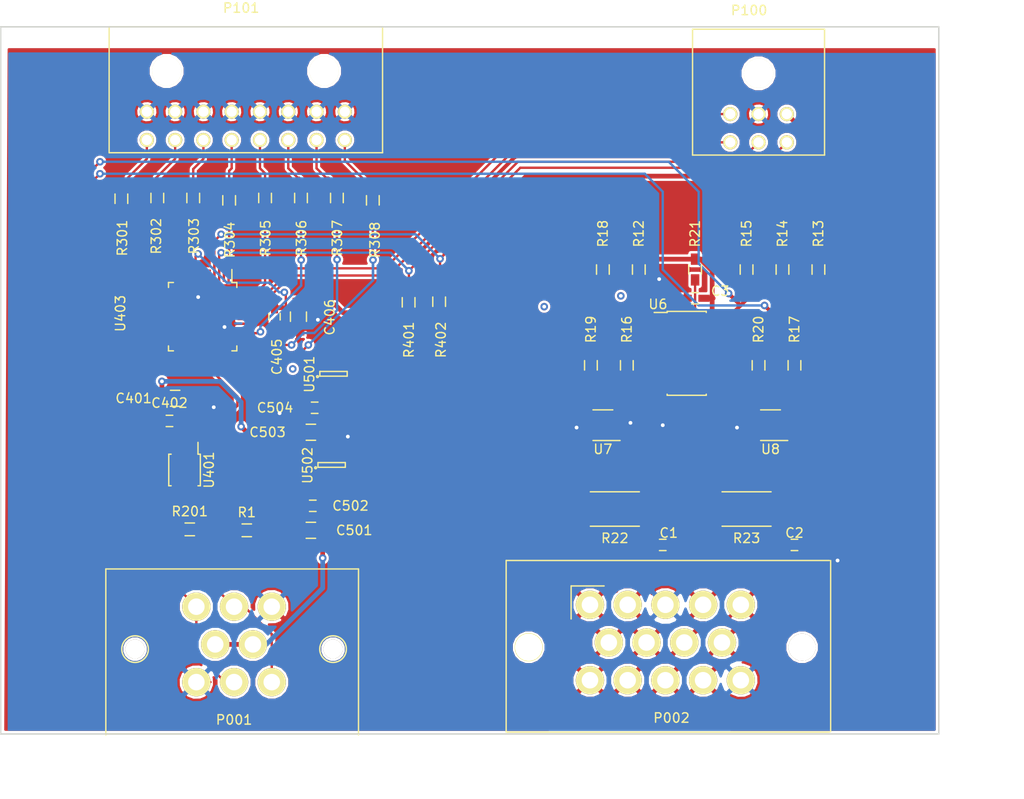
<source format=kicad_pcb>
(kicad_pcb (version 4) (host pcbnew 4.0.1-stable)
  (layers (0 F.Cu signal) (31 B.Cu signal hide) (34 B.Paste user) (35 F.Paste user) (36 B.SilkS user) (37 F.SilkS user) (38 B.Mask user) (39 F.Mask user) (44 Edge.Cuts user))
  (net 0 "")
  (net 1 "Net-(P101-Pad10)")
  (net 2 "Net-(P101-Pad12)")
  (net 3 "Net-(P101-Pad14)")
  (net 4 "Net-(P101-Pad16)")
  (net 5 GND)
  (net 6 +3V3)
  (net 7 /BACK_PANEL/CANH)
  (net 8 /FRONT_PANEL/MCU_RESET_N)
  (net 9 /FRONT_PANEL/MCU_PROG_N)
  (net 10 /FRONT_PANEL/RXD)
  (net 11 /FRONT_PANEL/TXD)
  (net 12 /FRONT_PANEL/LED0)
  (net 13 /FRONT_PANEL/LED2)
  (net 14 /FRONT_PANEL/LED4)
  (net 15 /FRONT_PANEL/LED6)
  (net 16 /FRONT_PANEL/LED1)
  (net 17 /FRONT_PANEL/LED3)
  (net 18 /FRONT_PANEL/LED5)
  (net 19 /FRONT_PANEL/LED7)
  (net 20 /Micro_Controller/PIO0_1)
  (net 21 "Net-(U403-Pad6)")
  (net 22 "Net-(U403-Pad7)")
  (net 23 "Net-(U403-Pad10)")
  (net 24 /Micro_Controller/PIO2_1)
  (net 25 /Micro_Controller/PIO0_3)
  (net 26 /Micro_Controller/PIO1_9)
  (net 27 /Micro_Controller/PIO2_4)
  (net 28 "Net-(U403-Pad21)")
  (net 29 "Net-(U403-Pad22)")
  (net 30 "Net-(U403-Pad23)")
  (net 31 "Net-(U403-Pad24)")
  (net 32 "Net-(U403-Pad25)")
  (net 33 /Micro_Controller/PIO2_2)
  (net 34 "Net-(U403-Pad27)")
  (net 35 "Net-(U403-Pad28)")
  (net 36 "Net-(U403-Pad29)")
  (net 37 /Micro_Controller/PIO1_10)
  (net 38 "Net-(U403-Pad31)")
  (net 39 /Micro_Controller/PIO0_11)
  (net 40 /Micro_Controller/PIO1_0)
  (net 41 /Micro_Controller/PIO1_1)
  (net 42 /Micro_Controller/PIO1_2)
  (net 43 /Micro_Controller/PIO2_3)
  (net 44 /Micro_Controller/PIO1_4)
  (net 45 /Micro_Controller/PIO1_11)
  (net 46 /Micro_Controller/PIO1_5)
  (net 47 "Net-(U501-Pad4)")
  (net 48 "Net-(P101-Pad9)")
  (net 49 "Net-(P101-Pad11)")
  (net 50 "Net-(P101-Pad13)")
  (net 51 "Net-(P101-Pad15)")
  (net 52 +5V)
  (net 53 /BACK_PANEL/CANL)
  (net 54 /Micro_Controller/CAN_RXD)
  (net 55 /Micro_Controller/CAN_TXD)
  (net 56 /Micro_Controller/PIO3_2)
  (net 57 +12V)
  (net 58 "Net-(U502-Pad4)")
  (net 59 "Net-(R1-Pad1)")
  (net 60 "Net-(U401-Pad5)")
  (net 61 /BACK_PANEL/CS_SENSE+)
  (net 62 /BACK_PANEL/LV_SENSE+)
  (net 63 /BACK_PANEL/LV_SENSE-)
  (net 64 /BACK_PANEL/CS_SENSE-)
  (net 65 "Net-(R12-Pad2)")
  (net 66 "Net-(R13-Pad2)")
  (net 67 "/I2C Multiplexer and Gas Gauges/SCL")
  (net 68 "/I2C Multiplexer and Gas Gauges/SDA")
  (net 69 "Net-(R16-Pad2)")
  (net 70 "Net-(R17-Pad2)")
  (net 71 "Net-(R18-Pad2)")
  (net 72 "Net-(R19-Pad2)")
  (net 73 "Net-(R20-Pad2)")
  (net 74 "Net-(R21-Pad2)")
  (net 75 "Net-(U7-Pad6)")
  (net 76 "Net-(U8-Pad6)")
  (module Resistors_SMD:R_2512_HandSoldering (layer F.Cu) (at 167.64 104.14 180)
    (fp_text reference R22 (at 0 -3.1 180) (layer F.SilkS))
    (fp_text value 0.002)
    (pad 1 smd rect (at -3.95 0 180) (size 2.7 3.2) (layers F.Cu F.Paste F.Mask) (net 61 /BACK_PANEL/CS_SENSE+))
    (pad 2 smd rect (at 3.95 0 180) (size 2.7 3.2) (layers F.Cu F.Paste F.Mask) (net 64 /BACK_PANEL/CS_SENSE-))
  )
  (module MITEVT_AUTOMOTIVECON:776267-1 (layer F.Cu) (at 165 114.3)
    (fp_text reference P002 (at 8.65 12) (layer F.SilkS))
    (fp_text value CONN_01X14)
    (pad 16 thru_hole circle (at 22.5 4.5) (size 2.85 2.85) (drill 2.85) (layers *.Cu *.Mask F.SilkS))
    (pad 14 thru_hole circle (at 16 8) (size 3 3) (drill 1.75) (layers *.Cu *.Mask F.SilkS) (net 5 GND))
    (pad 13 thru_hole circle (at 12 8) (size 3 3) (drill 1.75) (layers *.Cu *.Mask F.SilkS) (net 62 /BACK_PANEL/LV_SENSE+))
    (pad 12 thru_hole circle (at 8 8) (size 3 3) (drill 1.75) (layers *.Cu *.Mask F.SilkS) (net 63 /BACK_PANEL/LV_SENSE-))
    (pad 11 thru_hole circle (at 4 8) (size 3 3) (drill 1.75) (layers *.Cu *.Mask F.SilkS) (net 61 /BACK_PANEL/CS_SENSE+))
    (pad 10 thru_hole circle (at 0 8) (size 3 3) (drill 1.75) (layers *.Cu *.Mask F.SilkS) (net 64 /BACK_PANEL/CS_SENSE-))
    (pad 9 thru_hole circle (at 14 4) (size 3 3) (drill 1.75) (layers *.Cu *.Mask F.SilkS) (net 62 /BACK_PANEL/LV_SENSE+))
    (pad 8 thru_hole circle (at 10 4) (size 3 3) (drill 1.75) (layers *.Cu *.Mask F.SilkS) (net 63 /BACK_PANEL/LV_SENSE-))
    (pad 7 thru_hole circle (at 6 4) (size 3 3) (drill 1.75) (layers *.Cu *.Mask F.SilkS) (net 61 /BACK_PANEL/CS_SENSE+))
    (pad 2 thru_hole circle (at 4 0) (size 3 3) (drill 1.75) (layers *.Cu *.Mask F.SilkS) (net 61 /BACK_PANEL/CS_SENSE+))
    (pad 5 thru_hole circle (at 16 0) (size 3 3) (drill 1.75) (layers *.Cu *.Mask F.SilkS) (net 62 /BACK_PANEL/LV_SENSE+))
    (pad 4 thru_hole circle (at 12 0) (size 3 3) (drill 1.75) (layers *.Cu *.Mask F.SilkS) (net 63 /BACK_PANEL/LV_SENSE-))
    (pad 3 thru_hole circle (at 8 0) (size 3 3) (drill 1.75) (layers *.Cu *.Mask F.SilkS) (net 5 GND))
    (pad 1 thru_hole circle (at 0 0) (size 3 3) (drill 1.75) (layers *.Cu *.Mask F.SilkS) (net 64 /BACK_PANEL/CS_SENSE-))
    (pad 6 thru_hole circle (at 2 4) (size 3 3) (drill 1.75) (layers *.Cu *.Mask F.SilkS) (net 64 /BACK_PANEL/CS_SENSE-))
    (pad 15 thru_hole circle (at -6.5 4.5) (size 2.85 2.85) (drill 2.85) (layers *.Cu *.Mask F.SilkS))
  )
  (module Connectors_Molex:Connector_Microfit3_Header_02x03_Angled_43045-060x (layer F.Cu) (at 179.88 62.25 180)
    (fp_text reference P100 (at -2 11 180) (layer F.SilkS))
    (fp_text value ISP)
    (pad 1 thru_hole circle (at 0 0 180) (size 1.5 1.5) (drill 1.1) (layers *.Cu *.Mask F.SilkS) (net 11 /FRONT_PANEL/TXD))
    (pad 4 thru_hole circle (at 0 -3 180) (size 1.5 1.5) (drill 1.1) (layers *.Cu *.Mask F.SilkS) (net 10 /FRONT_PANEL/RXD))
    (pad 5 thru_hole circle (at -3 -3 180) (size 1.5 1.5) (drill 1.1) (layers *.Cu *.Mask F.SilkS) (net 8 /FRONT_PANEL/MCU_RESET_N))
    (pad 2 thru_hole circle (at -3 0 180) (size 1.5 1.5) (drill 1.1) (layers *.Cu *.Mask F.SilkS) (net 5 GND))
    (pad 6 thru_hole circle (at -6 -3 180) (size 1.5 1.5) (drill 1.1) (layers *.Cu *.Mask F.SilkS) (net 9 /FRONT_PANEL/MCU_PROG_N))
    (pad 3 thru_hole circle (at -6 0 180) (size 1.5 1.5) (drill 1.1) (layers *.Cu *.Mask F.SilkS) (net 52 +5V))
    (pad "" np_thru_hole circle (at -3 4.32 180) (size 3.1 3.1) (drill 3.1) (layers *.Cu *.Mask F.SilkS))
  )
  (module MITEVT_AUTOMOTIVECON:776280-1 (layer F.Cu) (at 123.25 122.5)
    (fp_text reference P001 (at 4 4) (layer F.SilkS))
    (fp_text value CANCONNECTOR)
    (pad 6 thru_hole circle (at 0 0) (size 3 3) (drill 1.75) (layers *.Cu *.Mask F.SilkS) (net 5 GND))
    (pad 1 thru_hole circle (at 0 -8) (size 3 3) (drill 1.75) (layers *.Cu *.Mask F.SilkS) (net 53 /BACK_PANEL/CANL))
    (pad 2 thru_hole circle (at 4 -8) (size 3 3) (drill 1.75) (layers *.Cu *.Mask F.SilkS) (net 7 /BACK_PANEL/CANH))
    (pad 3 thru_hole circle (at 8 -8) (size 3 3) (drill 1.75) (layers *.Cu *.Mask F.SilkS) (net 5 GND))
    (pad 7 thru_hole circle (at 4 0) (size 3 3) (drill 1.75) (layers *.Cu *.Mask F.SilkS) (net 53 /BACK_PANEL/CANL))
    (pad 8 thru_hole circle (at 8 0) (size 3 3) (drill 1.75) (layers *.Cu *.Mask F.SilkS) (net 7 /BACK_PANEL/CANH))
    (pad 5 thru_hole circle (at 6 -4) (size 3 3) (drill 1.75) (layers *.Cu *.Mask F.SilkS) (net 57 +12V))
    (pad 4 thru_hole circle (at 2 -4) (size 3 3) (drill 1.75) (layers *.Cu *.Mask F.SilkS) (net 57 +12V))
    (pad 9 thru_hole circle (at -6.5 -3.5) (size 2 2) (drill 2) (layers *.Cu *.Mask F.SilkS))
    (pad 10 thru_hole circle (at 14.5 -3.5) (size 2 2) (drill 2) (layers *.Cu *.Mask F.SilkS))
  )
  (module Connectors_Molex:Connector_Microfit3_Header_02x08_Angled_43045-160x (layer F.Cu) (at 118 62 180)
    (fp_text reference P101 (at -10 11 180) (layer F.SilkS))
    (fp_text value DEBUG_LED)
    (pad 9 thru_hole circle (at 0 -3 180) (size 1.5 1.5) (drill 1.1) (layers *.Cu *.Mask F.SilkS) (net 48 "Net-(P101-Pad9)"))
    (pad 1 thru_hole circle (at 0 0 180) (size 1.5 1.5) (drill 1.1) (layers *.Cu *.Mask F.SilkS) (net 5 GND))
    (pad 2 thru_hole circle (at -3 0 180) (size 1.5 1.5) (drill 1.1) (layers *.Cu *.Mask F.SilkS) (net 5 GND))
    (pad 10 thru_hole circle (at -3 -3 180) (size 1.5 1.5) (drill 1.1) (layers *.Cu *.Mask F.SilkS) (net 1 "Net-(P101-Pad10)"))
    (pad 11 thru_hole circle (at -6 -3 180) (size 1.5 1.5) (drill 1.1) (layers *.Cu *.Mask F.SilkS) (net 49 "Net-(P101-Pad11)"))
    (pad 3 thru_hole circle (at -6 0 180) (size 1.5 1.5) (drill 1.1) (layers *.Cu *.Mask F.SilkS) (net 5 GND))
    (pad 4 thru_hole circle (at -9 0 180) (size 1.5 1.5) (drill 1.1) (layers *.Cu *.Mask F.SilkS) (net 5 GND))
    (pad 12 thru_hole circle (at -9 -3 180) (size 1.5 1.5) (drill 1.1) (layers *.Cu *.Mask F.SilkS) (net 2 "Net-(P101-Pad12)"))
    (pad "" np_thru_hole circle (at -2.1 4.32 180) (size 3.1 3.1) (drill 3.1) (layers *.Cu *.Mask F.SilkS))
    (pad 13 thru_hole circle (at -12 -3 180) (size 1.5 1.5) (drill 1.1) (layers *.Cu *.Mask F.SilkS) (net 50 "Net-(P101-Pad13)"))
    (pad 5 thru_hole circle (at -12 0 180) (size 1.5 1.5) (drill 1.1) (layers *.Cu *.Mask F.SilkS) (net 5 GND))
    (pad 6 thru_hole circle (at -15 0 180) (size 1.5 1.5) (drill 1.1) (layers *.Cu *.Mask F.SilkS) (net 5 GND))
    (pad 14 thru_hole circle (at -15 -3 180) (size 1.5 1.5) (drill 1.1) (layers *.Cu *.Mask F.SilkS) (net 3 "Net-(P101-Pad14)"))
    (pad 15 thru_hole circle (at -18 -3 180) (size 1.5 1.5) (drill 1.1) (layers *.Cu *.Mask F.SilkS) (net 51 "Net-(P101-Pad15)"))
    (pad 7 thru_hole circle (at -18 0 180) (size 1.5 1.5) (drill 1.1) (layers *.Cu *.Mask F.SilkS) (net 5 GND))
    (pad 16 thru_hole circle (at -21 -3 180) (size 1.5 1.5) (drill 1.1) (layers *.Cu *.Mask F.SilkS) (net 4 "Net-(P101-Pad16)"))
    (pad 8 thru_hole circle (at -21 0 180) (size 1.5 1.5) (drill 1.1) (layers *.Cu *.Mask F.SilkS) (net 5 GND))
    (pad "" np_thru_hole circle (at -18.8 4.32 180) (size 3.1 3.1) (drill 3.1) (layers *.Cu *.Mask F.SilkS))
  )
  (module Capacitors_SMD:C_0805_HandSoldering (layer F.Cu) (at 121 92.4)
    (fp_text reference C401 (at -4.4 0) (layer F.SilkS))
    (fp_text value 10uF)
    (pad 1 smd rect (at -1.25 0) (size 1.5 1.25) (layers F.Cu F.Paste F.Mask) (net 52 +5V))
    (pad 2 smd rect (at 1.25 0) (size 1.5 1.25) (layers F.Cu F.Paste F.Mask) (net 5 GND))
  )
  (module Capacitors_SMD:C_0603_HandSoldering (layer F.Cu) (at 131.54 83.74 270)
    (fp_text reference C405 (at 4.26 -0.26 270) (layer F.SilkS))
    (fp_text value 0.1uF)
    (pad 1 smd rect (at -0.95 0 270) (size 1.2 0.75) (layers F.Cu F.Paste F.Mask) (net 6 +3V3))
    (pad 2 smd rect (at 0.95 0 270) (size 1.2 0.75) (layers F.Cu F.Paste F.Mask) (net 5 GND))
  )
  (module Capacitors_SMD:C_0805_HandSoldering (layer F.Cu) (at 134.08 83.74 270)
    (fp_text reference C406 (at 0.06 -3.32 270) (layer F.SilkS))
    (fp_text value 10uF)
    (pad 1 smd rect (at -1.25 0 270) (size 1.5 1.25) (layers F.Cu F.Paste F.Mask) (net 6 +3V3))
    (pad 2 smd rect (at 1.25 0 270) (size 1.5 1.25) (layers F.Cu F.Paste F.Mask) (net 5 GND))
  )
  (module Resistors_SMD:R_0603_HandSoldering (layer F.Cu) (at 122.555 106.299)
    (fp_text reference R201 (at 0 -1.9) (layer F.SilkS))
    (fp_text value 120)
    (pad 1 smd rect (at -1.1 0) (size 1.2 0.9) (layers F.Cu F.Paste F.Mask) (net 53 /BACK_PANEL/CANL))
    (pad 2 smd rect (at 1.1 0) (size 1.2 0.9) (layers F.Cu F.Paste F.Mask) (net 7 /BACK_PANEL/CANH))
  )
  (module Resistors_SMD:R_0603_HandSoldering (layer F.Cu) (at 115.3 71.23 90)
    (fp_text reference R301 (at -4.17 0.1 90) (layer F.SilkS))
    (fp_text value 100)
    (pad 1 smd rect (at -1.1 0 90) (size 1.2 0.9) (layers F.Cu F.Paste F.Mask) (net 12 /FRONT_PANEL/LED0))
    (pad 2 smd rect (at 1.1 0 90) (size 1.2 0.9) (layers F.Cu F.Paste F.Mask) (net 48 "Net-(P101-Pad9)"))
  )
  (module Resistors_SMD:R_0603_HandSoldering (layer F.Cu) (at 119.11 71.15 270)
    (fp_text reference R302 (at 4.05 0.11 270) (layer F.SilkS))
    (fp_text value 100)
    (pad 1 smd rect (at -1.1 0 270) (size 1.2 0.9) (layers F.Cu F.Paste F.Mask) (net 1 "Net-(P101-Pad10)"))
    (pad 2 smd rect (at 1.1 0 270) (size 1.2 0.9) (layers F.Cu F.Paste F.Mask) (net 16 /FRONT_PANEL/LED1))
  )
  (module Resistors_SMD:R_0603_HandSoldering (layer F.Cu) (at 122.92 71.15 270)
    (fp_text reference R303 (at 4.05 -0.08 270) (layer F.SilkS))
    (fp_text value 100)
    (pad 1 smd rect (at -1.1 0 270) (size 1.2 0.9) (layers F.Cu F.Paste F.Mask) (net 49 "Net-(P101-Pad11)"))
    (pad 2 smd rect (at 1.1 0 270) (size 1.2 0.9) (layers F.Cu F.Paste F.Mask) (net 13 /FRONT_PANEL/LED2))
  )
  (module Resistors_SMD:R_0603_HandSoldering (layer F.Cu) (at 126.73 71.4 90)
    (fp_text reference R304 (at -4.2 0.07 90) (layer F.SilkS))
    (fp_text value 100)
    (pad 1 smd rect (at -1.1 0 90) (size 1.2 0.9) (layers F.Cu F.Paste F.Mask) (net 17 /FRONT_PANEL/LED3))
    (pad 2 smd rect (at 1.1 0 90) (size 1.2 0.9) (layers F.Cu F.Paste F.Mask) (net 2 "Net-(P101-Pad12)"))
  )
  (module Resistors_SMD:R_0603_HandSoldering (layer F.Cu) (at 130.54 71.15 270)
    (fp_text reference R305 (at 4.25 -0.06 270) (layer F.SilkS))
    (fp_text value 100)
    (pad 1 smd rect (at -1.1 0 270) (size 1.2 0.9) (layers F.Cu F.Paste F.Mask) (net 50 "Net-(P101-Pad13)"))
    (pad 2 smd rect (at 1.1 0 270) (size 1.2 0.9) (layers F.Cu F.Paste F.Mask) (net 14 /FRONT_PANEL/LED4))
  )
  (module Resistors_SMD:R_0603_HandSoldering (layer F.Cu) (at 134.35 71.15 90)
    (fp_text reference R306 (at -4.25 0.05 90) (layer F.SilkS))
    (fp_text value 100)
    (pad 1 smd rect (at -1.1 0 90) (size 1.2 0.9) (layers F.Cu F.Paste F.Mask) (net 18 /FRONT_PANEL/LED5))
    (pad 2 smd rect (at 1.1 0 90) (size 1.2 0.9) (layers F.Cu F.Paste F.Mask) (net 3 "Net-(P101-Pad14)"))
  )
  (module Resistors_SMD:R_0603_HandSoldering (layer F.Cu) (at 138.16 71.15 270)
    (fp_text reference R307 (at 4.25 -0.04 270) (layer F.SilkS))
    (fp_text value 100)
    (pad 1 smd rect (at -1.1 0 270) (size 1.2 0.9) (layers F.Cu F.Paste F.Mask) (net 51 "Net-(P101-Pad15)"))
    (pad 2 smd rect (at 1.1 0 270) (size 1.2 0.9) (layers F.Cu F.Paste F.Mask) (net 15 /FRONT_PANEL/LED6))
  )
  (module Resistors_SMD:R_0603_HandSoldering (layer F.Cu) (at 141.97 71.4 90)
    (fp_text reference R308 (at -4.2 0.23 90) (layer F.SilkS))
    (fp_text value 100)
    (pad 1 smd rect (at -1.1 0 90) (size 1.2 0.9) (layers F.Cu F.Paste F.Mask) (net 19 /FRONT_PANEL/LED7))
    (pad 2 smd rect (at 1.1 0 90) (size 1.2 0.9) (layers F.Cu F.Paste F.Mask) (net 4 "Net-(P101-Pad16)"))
  )
  (module Resistors_SMD:R_0603_HandSoldering (layer F.Cu) (at 145.764 82.216 90)
    (fp_text reference R401 (at -3.984 0.036 90) (layer F.SilkS))
    (fp_text value 10k)
    (pad 1 smd rect (at -1.1 0 90) (size 1.2 0.9) (layers F.Cu F.Paste F.Mask) (net 6 +3V3))
    (pad 2 smd rect (at 1.1 0 90) (size 1.2 0.9) (layers F.Cu F.Paste F.Mask) (net 8 /FRONT_PANEL/MCU_RESET_N))
  )
  (module Resistors_SMD:R_0603_HandSoldering (layer F.Cu) (at 149.0025 82.1525 90)
    (fp_text reference R402 (at -4.0475 0.1975 90) (layer F.SilkS))
    (fp_text value 10k)
    (pad 1 smd rect (at -1.1 0 90) (size 1.2 0.9) (layers F.Cu F.Paste F.Mask) (net 6 +3V3))
    (pad 2 smd rect (at 1.1 0 90) (size 1.2 0.9) (layers F.Cu F.Paste F.Mask) (net 9 /FRONT_PANEL/MCU_PROG_N))
  )
  (module Housings_SSOP:MSOP-8_3x3mm_Pitch0.65mm (layer F.Cu) (at 122 100 270)
    (fp_text reference U401 (at 0 -2.6 270) (layer F.SilkS))
    (fp_text value MCP2551-I/SN)
    (pad 1 smd rect (at -2.2 -0.975 270) (size 1.45 0.45) (layers F.Cu F.Paste F.Mask) (net 55 /Micro_Controller/CAN_TXD))
    (pad 2 smd rect (at -2.2 -0.325 270) (size 1.45 0.45) (layers F.Cu F.Paste F.Mask) (net 5 GND))
    (pad 3 smd rect (at -2.2 0.325 270) (size 1.45 0.45) (layers F.Cu F.Paste F.Mask) (net 52 +5V))
    (pad 4 smd rect (at -2.2 0.975 270) (size 1.45 0.45) (layers F.Cu F.Paste F.Mask) (net 54 /Micro_Controller/CAN_RXD))
    (pad 5 smd rect (at 2.2 0.975 270) (size 1.45 0.45) (layers F.Cu F.Paste F.Mask) (net 60 "Net-(U401-Pad5)"))
    (pad 6 smd rect (at 2.2 0.325 270) (size 1.45 0.45) (layers F.Cu F.Paste F.Mask) (net 53 /BACK_PANEL/CANL))
    (pad 7 smd rect (at 2.2 -0.325 270) (size 1.45 0.45) (layers F.Cu F.Paste F.Mask) (net 7 /BACK_PANEL/CANH))
    (pad 8 smd rect (at 2.2 -0.975 270) (size 1.45 0.45) (layers F.Cu F.Paste F.Mask) (net 59 "Net-(R1-Pad1)"))
  )
  (module Housings_QFP:LQFP-48_7x7mm_Pitch0.5mm (layer F.Cu) (at 123.92 83.74 270)
    (fp_text reference U403 (at -0.34 8.72 270) (layer F.SilkS))
    (fp_text value LPC11C14)
    (pad 1 smd rect (at -4.35 -2.75 270) (size 1.3 0.25) (layers F.Cu F.Paste F.Mask) (net 17 /FRONT_PANEL/LED3))
    (pad 2 smd rect (at -4.35 -2.25 270) (size 1.3 0.25) (layers F.Cu F.Paste F.Mask) (net 20 /Micro_Controller/PIO0_1))
    (pad 3 smd rect (at -4.35 -1.75 270) (size 1.3 0.25) (layers F.Cu F.Paste F.Mask) (net 8 /FRONT_PANEL/MCU_RESET_N))
    (pad 4 smd rect (at -4.35 -1.25 270) (size 1.3 0.25) (layers F.Cu F.Paste F.Mask) (net 9 /FRONT_PANEL/MCU_PROG_N))
    (pad 5 smd rect (at -4.35 -0.75 270) (size 1.3 0.25) (layers F.Cu F.Paste F.Mask) (net 5 GND))
    (pad 6 smd rect (at -4.35 -0.25 270) (size 1.3 0.25) (layers F.Cu F.Paste F.Mask) (net 21 "Net-(U403-Pad6)"))
    (pad 7 smd rect (at -4.35 0.25 270) (size 1.3 0.25) (layers F.Cu F.Paste F.Mask) (net 22 "Net-(U403-Pad7)"))
    (pad 8 smd rect (at -4.35 0.75 270) (size 1.3 0.25) (layers F.Cu F.Paste F.Mask) (net 6 +3V3))
    (pad 9 smd rect (at -4.35 1.25 270) (size 1.3 0.25) (layers F.Cu F.Paste F.Mask) (net 13 /FRONT_PANEL/LED2))
    (pad 10 smd rect (at -4.35 1.75 270) (size 1.3 0.25) (layers F.Cu F.Paste F.Mask) (net 23 "Net-(U403-Pad10)"))
    (pad 11 smd rect (at -4.35 2.25 270) (size 1.3 0.25) (layers F.Cu F.Paste F.Mask) (net 16 /FRONT_PANEL/LED1))
    (pad 12 smd rect (at -4.35 2.75 270) (size 1.3 0.25) (layers F.Cu F.Paste F.Mask) (net 12 /FRONT_PANEL/LED0))
    (pad 13 smd rect (at -2.75 4.35) (size 1.3 0.25) (layers F.Cu F.Paste F.Mask) (net 24 /Micro_Controller/PIO2_1))
    (pad 14 smd rect (at -2.25 4.35) (size 1.3 0.25) (layers F.Cu F.Paste F.Mask) (net 25 /Micro_Controller/PIO0_3))
    (pad 15 smd rect (at -1.75 4.35) (size 1.3 0.25) (layers F.Cu F.Paste F.Mask) (net 67 "/I2C Multiplexer and Gas Gauges/SCL"))
    (pad 16 smd rect (at -1.25 4.35) (size 1.3 0.25) (layers F.Cu F.Paste F.Mask) (net 68 "/I2C Multiplexer and Gas Gauges/SDA"))
    (pad 17 smd rect (at -0.75 4.35) (size 1.3 0.25) (layers F.Cu F.Paste F.Mask) (net 26 /Micro_Controller/PIO1_9))
    (pad 18 smd rect (at -0.25 4.35) (size 1.3 0.25) (layers F.Cu F.Paste F.Mask) (net 27 /Micro_Controller/PIO2_4))
    (pad 19 smd rect (at 0.25 4.35) (size 1.3 0.25) (layers F.Cu F.Paste F.Mask) (net 54 /Micro_Controller/CAN_RXD))
    (pad 20 smd rect (at 0.75 4.35) (size 1.3 0.25) (layers F.Cu F.Paste F.Mask) (net 55 /Micro_Controller/CAN_TXD))
    (pad 21 smd rect (at 1.25 4.35) (size 1.3 0.25) (layers F.Cu F.Paste F.Mask) (net 28 "Net-(U403-Pad21)"))
    (pad 22 smd rect (at 1.75 4.35) (size 1.3 0.25) (layers F.Cu F.Paste F.Mask) (net 29 "Net-(U403-Pad22)"))
    (pad 23 smd rect (at 2.25 4.35) (size 1.3 0.25) (layers F.Cu F.Paste F.Mask) (net 30 "Net-(U403-Pad23)"))
    (pad 24 smd rect (at 2.75 4.35) (size 1.3 0.25) (layers F.Cu F.Paste F.Mask) (net 31 "Net-(U403-Pad24)"))
    (pad 25 smd rect (at 4.35 2.75 270) (size 1.3 0.25) (layers F.Cu F.Paste F.Mask) (net 32 "Net-(U403-Pad25)"))
    (pad 26 smd rect (at 4.35 2.25 270) (size 1.3 0.25) (layers F.Cu F.Paste F.Mask) (net 33 /Micro_Controller/PIO2_2))
    (pad 27 smd rect (at 4.35 1.75 270) (size 1.3 0.25) (layers F.Cu F.Paste F.Mask) (net 34 "Net-(U403-Pad27)"))
    (pad 28 smd rect (at 4.35 1.25 270) (size 1.3 0.25) (layers F.Cu F.Paste F.Mask) (net 35 "Net-(U403-Pad28)"))
    (pad 29 smd rect (at 4.35 0.75 270) (size 1.3 0.25) (layers F.Cu F.Paste F.Mask) (net 36 "Net-(U403-Pad29)"))
    (pad 30 smd rect (at 4.35 0.25 270) (size 1.3 0.25) (layers F.Cu F.Paste F.Mask) (net 37 /Micro_Controller/PIO1_10))
    (pad 31 smd rect (at 4.35 -0.25 270) (size 1.3 0.25) (layers F.Cu F.Paste F.Mask) (net 38 "Net-(U403-Pad31)"))
    (pad 32 smd rect (at 4.35 -0.75 270) (size 1.3 0.25) (layers F.Cu F.Paste F.Mask) (net 39 /Micro_Controller/PIO0_11))
    (pad 33 smd rect (at 4.35 -1.25 270) (size 1.3 0.25) (layers F.Cu F.Paste F.Mask) (net 40 /Micro_Controller/PIO1_0))
    (pad 34 smd rect (at 4.35 -1.75 270) (size 1.3 0.25) (layers F.Cu F.Paste F.Mask) (net 41 /Micro_Controller/PIO1_1))
    (pad 35 smd rect (at 4.35 -2.25 270) (size 1.3 0.25) (layers F.Cu F.Paste F.Mask) (net 42 /Micro_Controller/PIO1_2))
    (pad 36 smd rect (at 4.35 -2.75 270) (size 1.3 0.25) (layers F.Cu F.Paste F.Mask) (net 19 /FRONT_PANEL/LED7))
    (pad 37 smd rect (at 2.75 -4.35) (size 1.3 0.25) (layers F.Cu F.Paste F.Mask) (net 15 /FRONT_PANEL/LED6))
    (pad 38 smd rect (at 2.25 -4.35) (size 1.3 0.25) (layers F.Cu F.Paste F.Mask) (net 43 /Micro_Controller/PIO2_3))
    (pad 39 smd rect (at 1.75 -4.35) (size 1.3 0.25) (layers F.Cu F.Paste F.Mask) (net 18 /FRONT_PANEL/LED5))
    (pad 40 smd rect (at 1.25 -4.35) (size 1.3 0.25) (layers F.Cu F.Paste F.Mask) (net 44 /Micro_Controller/PIO1_4))
    (pad 41 smd rect (at 0.75 -4.35) (size 1.3 0.25) (layers F.Cu F.Paste F.Mask) (net 5 GND))
    (pad 42 smd rect (at 0.25 -4.35) (size 1.3 0.25) (layers F.Cu F.Paste F.Mask) (net 45 /Micro_Controller/PIO1_11))
    (pad 43 smd rect (at -0.25 -4.35) (size 1.3 0.25) (layers F.Cu F.Paste F.Mask) (net 56 /Micro_Controller/PIO3_2))
    (pad 44 smd rect (at -0.75 -4.35) (size 1.3 0.25) (layers F.Cu F.Paste F.Mask) (net 6 +3V3))
    (pad 45 smd rect (at -1.25 -4.35) (size 1.3 0.25) (layers F.Cu F.Paste F.Mask) (net 46 /Micro_Controller/PIO1_5))
    (pad 46 smd rect (at -1.75 -4.35) (size 1.3 0.25) (layers F.Cu F.Paste F.Mask) (net 10 /FRONT_PANEL/RXD))
    (pad 47 smd rect (at -2.25 -4.35) (size 1.3 0.25) (layers F.Cu F.Paste F.Mask) (net 11 /FRONT_PANEL/TXD))
    (pad 48 smd rect (at -2.75 -4.35) (size 1.3 0.25) (layers F.Cu F.Paste F.Mask) (net 14 /FRONT_PANEL/LED4))
  )
  (module Housings_SOT-23_SOT-143_TSOT-6:SOT-23-5 (layer F.Cu) (at 137.8 89.8 90)
    (fp_text reference U501 (at -0.05 -2.55 90) (layer F.SilkS))
    (fp_text value MCP1755-33)
    (pad 1 smd rect (at -1.1 -0.95 90) (size 1.06 0.65) (layers F.Cu F.Paste F.Mask) (net 52 +5V))
    (pad 2 smd rect (at -1.1 0 90) (size 1.06 0.65) (layers F.Cu F.Paste F.Mask) (net 5 GND))
    (pad 3 smd rect (at -1.1 0.95 90) (size 1.06 0.65) (layers F.Cu F.Paste F.Mask) (net 52 +5V))
    (pad 4 smd rect (at 1.1 0.95 90) (size 1.06 0.65) (layers F.Cu F.Paste F.Mask) (net 47 "Net-(U501-Pad4)"))
    (pad 5 smd rect (at 1.1 -0.95 90) (size 1.06 0.65) (layers F.Cu F.Paste F.Mask) (net 6 +3V3))
  )
  (module Housings_SOT-23_SOT-143_TSOT-6:SOT-23-5 (layer F.Cu) (at 137.602 99.465 90)
    (fp_text reference U502 (at -0.05 -2.55 90) (layer F.SilkS))
    (fp_text value MCP1755-5)
    (pad 1 smd rect (at -1.1 -0.95 90) (size 1.06 0.65) (layers F.Cu F.Paste F.Mask) (net 57 +12V))
    (pad 2 smd rect (at -1.1 0 90) (size 1.06 0.65) (layers F.Cu F.Paste F.Mask) (net 5 GND))
    (pad 3 smd rect (at -1.1 0.95 90) (size 1.06 0.65) (layers F.Cu F.Paste F.Mask) (net 57 +12V))
    (pad 4 smd rect (at 1.1 0.95 90) (size 1.06 0.65) (layers F.Cu F.Paste F.Mask) (net 58 "Net-(U502-Pad4)"))
    (pad 5 smd rect (at 1.1 -0.95 90) (size 1.06 0.65) (layers F.Cu F.Paste F.Mask) (net 52 +5V))
  )
  (module Resistors_SMD:R_0603_HandSoldering (layer F.Cu) (at 128.6 106.4)
    (fp_text reference R1 (at 0 -1.9) (layer F.SilkS))
    (fp_text value 20k)
    (pad 1 smd rect (at -1.1 0) (size 1.2 0.9) (layers F.Cu F.Paste F.Mask) (net 59 "Net-(R1-Pad1)"))
    (pad 2 smd rect (at 1.1 0) (size 1.2 0.9) (layers F.Cu F.Paste F.Mask) (net 5 GND))
  )
  (module Capacitors_SMD:C_0805_HandSoldering (layer F.Cu) (at 135.4 106.4)
    (fp_text reference C501 (at 4.6 0) (layer F.SilkS))
    (fp_text value 10μ)
    (pad 1 smd rect (at -1.25 0) (size 1.5 1.25) (layers F.Cu F.Paste F.Mask) (net 5 GND))
    (pad 2 smd rect (at 1.25 0) (size 1.5 1.25) (layers F.Cu F.Paste F.Mask) (net 57 +12V))
  )
  (module Capacitors_SMD:C_0603_HandSoldering (layer F.Cu) (at 135.6 103.8 180)
    (fp_text reference C502 (at -4 0 180) (layer F.SilkS))
    (fp_text value .1μ)
    (pad 1 smd rect (at -0.95 0 180) (size 1.2 0.75) (layers F.Cu F.Paste F.Mask) (net 57 +12V))
    (pad 2 smd rect (at 0.95 0 180) (size 1.2 0.75) (layers F.Cu F.Paste F.Mask) (net 5 GND))
  )
  (module Capacitors_SMD:C_0805_HandSoldering (layer F.Cu) (at 135.4 96 180)
    (fp_text reference C503 (at 4.6 0 180) (layer F.SilkS))
    (fp_text value 10μ)
    (pad 1 smd rect (at -1.25 0 180) (size 1.5 1.25) (layers F.Cu F.Paste F.Mask) (net 52 +5V))
    (pad 2 smd rect (at 1.25 0 180) (size 1.5 1.25) (layers F.Cu F.Paste F.Mask) (net 5 GND))
  )
  (module Capacitors_SMD:C_0603_HandSoldering (layer F.Cu) (at 135.8 93.4 180)
    (fp_text reference C504 (at 4.2 0 180) (layer F.SilkS))
    (fp_text value .1μ)
    (pad 1 smd rect (at -0.95 0 180) (size 1.2 0.75) (layers F.Cu F.Paste F.Mask) (net 52 +5V))
    (pad 2 smd rect (at 0.95 0 180) (size 1.2 0.75) (layers F.Cu F.Paste F.Mask) (net 5 GND))
  )
  (module Capacitors_SMD:C_0603_HandSoldering (layer F.Cu) (at 120.4 94.8)
    (fp_text reference C402 (at 0 -1.9) (layer F.SilkS))
    (fp_text value 0.1uF)
    (pad 1 smd rect (at -0.95 0) (size 1.2 0.75) (layers F.Cu F.Paste F.Mask) (net 52 +5V))
    (pad 2 smd rect (at 0.95 0) (size 1.2 0.75) (layers F.Cu F.Paste F.Mask) (net 5 GND))
  )
  (module Capacitors_SMD:C_0603_HandSoldering (layer F.Cu) (at 172.72 107.95)
    (fp_text reference C1 (at 0.635 -1.27) (layer F.SilkS))
    (fp_text value 1uF)
    (pad 1 smd rect (at -0.95 0) (size 1.2 0.75) (layers F.Cu F.Paste F.Mask) (net 61 /BACK_PANEL/CS_SENSE+))
    (pad 2 smd rect (at 0.95 0) (size 1.2 0.75) (layers F.Cu F.Paste F.Mask) (net 5 GND))
  )
  (module Capacitors_SMD:C_0603_HandSoldering (layer F.Cu) (at 186.69 107.95)
    (fp_text reference C2 (at 0 -1.27) (layer F.SilkS))
    (fp_text value 1uF)
    (pad 1 smd rect (at -0.95 0) (size 1.2 0.75) (layers F.Cu F.Paste F.Mask) (net 62 /BACK_PANEL/LV_SENSE+))
    (pad 2 smd rect (at 0.95 0) (size 1.2 0.75) (layers F.Cu F.Paste F.Mask) (net 5 GND))
  )
  (module Resistors_SMD:R_0603_HandSoldering (layer F.Cu) (at 170.18 78.74 270)
    (fp_text reference R12 (at -3.81 0 270) (layer F.SilkS))
    (fp_text value 10k)
    (pad 1 smd rect (at -1.1 0 270) (size 1.2 0.9) (layers F.Cu F.Paste F.Mask) (net 52 +5V))
    (pad 2 smd rect (at 1.1 0 270) (size 1.2 0.9) (layers F.Cu F.Paste F.Mask) (net 65 "Net-(R12-Pad2)"))
  )
  (module Resistors_SMD:R_0603_HandSoldering (layer F.Cu) (at 189.23 78.74 270)
    (fp_text reference R13 (at -3.81 0 270) (layer F.SilkS))
    (fp_text value 10k)
    (pad 1 smd rect (at -1.1 0 270) (size 1.2 0.9) (layers F.Cu F.Paste F.Mask) (net 52 +5V))
    (pad 2 smd rect (at 1.1 0 270) (size 1.2 0.9) (layers F.Cu F.Paste F.Mask) (net 66 "Net-(R13-Pad2)"))
  )
  (module Resistors_SMD:R_0603_HandSoldering (layer F.Cu) (at 185.42 78.74 270)
    (fp_text reference R14 (at -3.81 0 270) (layer F.SilkS))
    (fp_text value 10k)
    (pad 1 smd rect (at -1.1 0 270) (size 1.2 0.9) (layers F.Cu F.Paste F.Mask) (net 52 +5V))
    (pad 2 smd rect (at 1.1 0 270) (size 1.2 0.9) (layers F.Cu F.Paste F.Mask) (net 67 "/I2C Multiplexer and Gas Gauges/SCL"))
  )
  (module Resistors_SMD:R_0603_HandSoldering (layer F.Cu) (at 181.61 78.74 270)
    (fp_text reference R15 (at -3.81 0 270) (layer F.SilkS))
    (fp_text value 10k)
    (pad 1 smd rect (at -1.1 0 270) (size 1.2 0.9) (layers F.Cu F.Paste F.Mask) (net 52 +5V))
    (pad 2 smd rect (at 1.1 0 270) (size 1.2 0.9) (layers F.Cu F.Paste F.Mask) (net 68 "/I2C Multiplexer and Gas Gauges/SDA"))
  )
  (module Resistors_SMD:R_0603_HandSoldering (layer F.Cu) (at 168.91 88.9 270)
    (fp_text reference R16 (at -3.81 0 270) (layer F.SilkS))
    (fp_text value 10k)
    (pad 1 smd rect (at -1.1 0 270) (size 1.2 0.9) (layers F.Cu F.Paste F.Mask) (net 52 +5V))
    (pad 2 smd rect (at 1.1 0 270) (size 1.2 0.9) (layers F.Cu F.Paste F.Mask) (net 69 "Net-(R16-Pad2)"))
  )
  (module Resistors_SMD:R_0603_HandSoldering (layer F.Cu) (at 186.69 88.9 270)
    (fp_text reference R17 (at -3.81 0 270) (layer F.SilkS))
    (fp_text value 10k)
    (pad 1 smd rect (at -1.1 0 270) (size 1.2 0.9) (layers F.Cu F.Paste F.Mask) (net 52 +5V))
    (pad 2 smd rect (at 1.1 0 270) (size 1.2 0.9) (layers F.Cu F.Paste F.Mask) (net 70 "Net-(R17-Pad2)"))
  )
  (module Resistors_SMD:R_0603_HandSoldering (layer F.Cu) (at 166.37 78.74 270)
    (fp_text reference R18 (at -3.81 0 270) (layer F.SilkS))
    (fp_text value 10k)
    (pad 1 smd rect (at -1.1 0 270) (size 1.2 0.9) (layers F.Cu F.Paste F.Mask) (net 52 +5V))
    (pad 2 smd rect (at 1.1 0 270) (size 1.2 0.9) (layers F.Cu F.Paste F.Mask) (net 71 "Net-(R18-Pad2)"))
  )
  (module Resistors_SMD:R_0603_HandSoldering (layer F.Cu) (at 165.1 88.9 270)
    (fp_text reference R19 (at -3.81 0 270) (layer F.SilkS))
    (fp_text value 10k)
    (pad 1 smd rect (at -1.1 0 270) (size 1.2 0.9) (layers F.Cu F.Paste F.Mask) (net 52 +5V))
    (pad 2 smd rect (at 1.1 0 270) (size 1.2 0.9) (layers F.Cu F.Paste F.Mask) (net 72 "Net-(R19-Pad2)"))
  )
  (module Resistors_SMD:R_0603_HandSoldering (layer F.Cu) (at 182.88 88.9 270)
    (fp_text reference R20 (at -3.81 0 270) (layer F.SilkS))
    (fp_text value 10k)
    (pad 1 smd rect (at -1.1 0 270) (size 1.2 0.9) (layers F.Cu F.Paste F.Mask) (net 52 +5V))
    (pad 2 smd rect (at 1.1 0 270) (size 1.2 0.9) (layers F.Cu F.Paste F.Mask) (net 73 "Net-(R20-Pad2)"))
  )
  (module Resistors_SMD:R_0603_HandSoldering (layer F.Cu) (at 176.149 78.74 270)
    (fp_text reference R21 (at -3.81 0 270) (layer F.SilkS))
    (fp_text value 10k)
    (pad 1 smd rect (at -1.1 0 270) (size 1.2 0.9) (layers F.Cu F.Paste F.Mask) (net 52 +5V))
    (pad 2 smd rect (at 1.1 0 270) (size 1.2 0.9) (layers F.Cu F.Paste F.Mask) (net 74 "Net-(R21-Pad2)"))
  )
  (module Resistors_SMD:R_2512_HandSoldering (layer F.Cu) (at 181.61 104.14 180)
    (fp_text reference R23 (at 0 -3.1 180) (layer F.SilkS))
    (fp_text value 0.002)
    (pad 1 smd rect (at -3.95 0 180) (size 2.7 3.2) (layers F.Cu F.Paste F.Mask) (net 62 /BACK_PANEL/LV_SENSE+))
    (pad 2 smd rect (at 3.95 0 180) (size 2.7 3.2) (layers F.Cu F.Paste F.Mask) (net 63 /BACK_PANEL/LV_SENSE-))
  )
  (module Housings_SOIC:SOIC-14_3.9x8.7mm_Pitch1.27mm (layer F.Cu) (at 175.26 87.63)
    (fp_text reference U6 (at -3.048 -5.207) (layer F.SilkS))
    (fp_text value TCA9543A)
    (pad 1 smd rect (at -2.7 -3.81) (size 1.5 0.6) (layers F.Cu F.Paste F.Mask) (net 5 GND))
    (pad 2 smd rect (at -2.7 -2.54) (size 1.5 0.6) (layers F.Cu F.Paste F.Mask) (net 5 GND))
    (pad 3 smd rect (at -2.7 -1.27) (size 1.5 0.6) (layers F.Cu F.Paste F.Mask) (net 65 "Net-(R12-Pad2)"))
    (pad 4 smd rect (at -2.7 0) (size 1.5 0.6) (layers F.Cu F.Paste F.Mask) (net 71 "Net-(R18-Pad2)"))
    (pad 5 smd rect (at -2.7 1.27) (size 1.5 0.6) (layers F.Cu F.Paste F.Mask) (net 72 "Net-(R19-Pad2)"))
    (pad 6 smd rect (at -2.7 2.54) (size 1.5 0.6) (layers F.Cu F.Paste F.Mask) (net 69 "Net-(R16-Pad2)"))
    (pad 7 smd rect (at -2.7 3.81) (size 1.5 0.6) (layers F.Cu F.Paste F.Mask) (net 5 GND))
    (pad 8 smd rect (at 2.7 3.81) (size 1.5 0.6) (layers F.Cu F.Paste F.Mask) (net 74 "Net-(R21-Pad2)"))
    (pad 9 smd rect (at 2.7 2.54) (size 1.5 0.6) (layers F.Cu F.Paste F.Mask) (net 73 "Net-(R20-Pad2)"))
    (pad 10 smd rect (at 2.7 1.27) (size 1.5 0.6) (layers F.Cu F.Paste F.Mask) (net 70 "Net-(R17-Pad2)"))
    (pad 11 smd rect (at 2.7 0) (size 1.5 0.6) (layers F.Cu F.Paste F.Mask) (net 66 "Net-(R13-Pad2)"))
    (pad 12 smd rect (at 2.7 -1.27) (size 1.5 0.6) (layers F.Cu F.Paste F.Mask) (net 67 "/I2C Multiplexer and Gas Gauges/SCL"))
    (pad 13 smd rect (at 2.7 -2.54) (size 1.5 0.6) (layers F.Cu F.Paste F.Mask) (net 68 "/I2C Multiplexer and Gas Gauges/SDA"))
    (pad 14 smd rect (at 2.7 -3.81) (size 1.5 0.6) (layers F.Cu F.Paste F.Mask) (net 52 +5V))
  )
  (module Housings_DFN_QFN:DFN-8-1EP_3x3mm_Pitch0.5mm (layer F.Cu) (at 166.37 95.25 180)
    (fp_text reference U7 (at 0 -2.55 180) (layer F.SilkS))
    (fp_text value LTC2943)
    (pad 1 smd rect (at -1.4 -0.75 180) (size 0.7 0.25) (layers F.Cu F.Paste F.Mask) (net 61 /BACK_PANEL/CS_SENSE+))
    (pad 2 smd rect (at -1.4 -0.25 180) (size 0.7 0.25) (layers F.Cu F.Paste F.Mask) (net 5 GND))
    (pad 3 smd rect (at -1.4 0.25 180) (size 0.7 0.25) (layers F.Cu F.Paste F.Mask) (net 5 GND))
    (pad 4 smd rect (at -1.4 0.75 180) (size 0.7 0.25) (layers F.Cu F.Paste F.Mask) (net 69 "Net-(R16-Pad2)"))
    (pad 5 smd rect (at 1.4 0.75 180) (size 0.7 0.25) (layers F.Cu F.Paste F.Mask) (net 72 "Net-(R19-Pad2)"))
    (pad 6 smd rect (at 1.4 0.25 180) (size 0.7 0.25) (layers F.Cu F.Paste F.Mask) (net 75 "Net-(U7-Pad6)"))
    (pad 7 smd rect (at 1.4 -0.25 180) (size 0.7 0.25) (layers F.Cu F.Paste F.Mask) (net 5 GND))
    (pad 8 smd rect (at 1.4 -0.75 180) (size 0.7 0.25) (layers F.Cu F.Paste F.Mask) (net 64 /BACK_PANEL/CS_SENSE-))
    (pad 9 smd rect (at 0.415 0.595 180) (size 0.83 1.19) (layers F.Cu F.Paste F.Mask))
    (pad 9 smd rect (at 0.415 -0.595 180) (size 0.83 1.19) (layers F.Cu F.Paste F.Mask))
    (pad 9 smd rect (at -0.415 0.595 180) (size 0.83 1.19) (layers F.Cu F.Paste F.Mask))
    (pad 9 smd rect (at -0.415 -0.595 180) (size 0.83 1.19) (layers F.Cu F.Paste F.Mask))
  )
  (module Housings_DFN_QFN:DFN-8-1EP_3x3mm_Pitch0.5mm (layer F.Cu) (at 184.15 95.25 180)
    (fp_text reference U8 (at 0 -2.55 180) (layer F.SilkS))
    (fp_text value LTC2943)
    (pad 1 smd rect (at -1.4 -0.75 180) (size 0.7 0.25) (layers F.Cu F.Paste F.Mask) (net 62 /BACK_PANEL/LV_SENSE+))
    (pad 2 smd rect (at -1.4 -0.25 180) (size 0.7 0.25) (layers F.Cu F.Paste F.Mask) (net 5 GND))
    (pad 3 smd rect (at -1.4 0.25 180) (size 0.7 0.25) (layers F.Cu F.Paste F.Mask) (net 5 GND))
    (pad 4 smd rect (at -1.4 0.75 180) (size 0.7 0.25) (layers F.Cu F.Paste F.Mask) (net 70 "Net-(R17-Pad2)"))
    (pad 5 smd rect (at 1.4 0.75 180) (size 0.7 0.25) (layers F.Cu F.Paste F.Mask) (net 73 "Net-(R20-Pad2)"))
    (pad 6 smd rect (at 1.4 0.25 180) (size 0.7 0.25) (layers F.Cu F.Paste F.Mask) (net 76 "Net-(U8-Pad6)"))
    (pad 7 smd rect (at 1.4 -0.25 180) (size 0.7 0.25) (layers F.Cu F.Paste F.Mask) (net 5 GND))
    (pad 8 smd rect (at 1.4 -0.75 180) (size 0.7 0.25) (layers F.Cu F.Paste F.Mask) (net 63 /BACK_PANEL/LV_SENSE-))
    (pad 9 smd rect (at 0.415 0.595 180) (size 0.83 1.19) (layers F.Cu F.Paste F.Mask))
    (pad 9 smd rect (at 0.415 -0.595 180) (size 0.83 1.19) (layers F.Cu F.Paste F.Mask))
    (pad 9 smd rect (at -0.415 0.595 180) (size 0.83 1.19) (layers F.Cu F.Paste F.Mask))
    (pad 9 smd rect (at -0.415 -0.595 180) (size 0.83 1.19) (layers F.Cu F.Paste F.Mask))
  )
  (module Capacitors_SMD:C_0603_HandSoldering (layer F.Cu) (at 176.149 81.788 180)
    (fp_text reference C3 (at -2.667 0.762 180) (layer F.SilkS))
    (fp_text value 0.1uF)
    (pad 1 smd rect (at -0.95 0 180) (size 1.2 0.75) (layers F.Cu F.Paste F.Mask) (net 52 +5V))
    (pad 2 smd rect (at 0.95 0 180) (size 1.2 0.75) (layers F.Cu F.Paste F.Mask) (net 5 GND))
  )
  (gr_line (start 102.5 128) (end 102.5 53) (layer Edge.Cuts) (width 0.15))
  (gr_line (start 202 53) (end 102.5 53) (layer Edge.Cuts) (width 0.15))
  (gr_line (start 202 128) (end 202 53) (layer Edge.Cuts) (width 0.15))
  (gr_line (start 102.5 128) (end 202 128) (layer Edge.Cuts) (width 0.15))
  (segment (start 127.381 84.455) (end 128.016 84.455) (width 0.25) (layer B.Cu) (net 0))
  (via (at 133.477 89.281) (size 0.8) (drill 0.4) (layers F.Cu B.Cu) (net 0))
  (via (at 168.275 81.534) (size 0.8) (drill 0.4) (layers F.Cu B.Cu) (net 0))
  (via (at 160.147 82.677) (size 0.8) (drill 0.4) (layers F.Cu B.Cu) (net 0))
  (segment (start 119 69) (end 119.11 69.11) (width 0.25) (layer F.Cu) (net 1))
  (segment (start 119.11 69.11) (end 119.11 70.05) (width 0.25) (layer F.Cu) (net 1))
  (segment (start 121 67) (end 119 69) (width 0.25) (layer F.Cu) (net 1))
  (segment (start 121 65) (end 121 67) (width 0.25) (layer F.Cu) (net 1))
  (segment (start 127 68) (end 126.73 68.27) (width 0.25) (layer F.Cu) (net 2))
  (segment (start 126.73 68.27) (end 126.73 70.3) (width 0.25) (layer F.Cu) (net 2))
  (segment (start 127 65) (end 127 68) (width 0.25) (layer F.Cu) (net 2))
  (segment (start 134 69) (end 134.15 69) (width 0.25) (layer F.Cu) (net 3))
  (segment (start 134.15 69) (end 134.35 69.2) (width 0.25) (layer F.Cu) (net 3))
  (segment (start 134.35 69.2) (end 134.35 70.05) (width 0.25) (layer F.Cu) (net 3))
  (segment (start 133 68) (end 134 69) (width 0.25) (layer F.Cu) (net 3))
  (segment (start 133 65) (end 133 68) (width 0.25) (layer F.Cu) (net 3))
  (segment (start 139 65) (end 139 67.18) (width 0.25) (layer F.Cu) (net 4))
  (segment (start 141.97 70.15) (end 141.97 70.3) (width 0.25) (layer F.Cu) (net 4))
  (segment (start 139 67.18) (end 141.97 70.15) (width 0.25) (layer F.Cu) (net 4))
  (segment (start 182.75 95.5) (end 180.598 95.5) (width 0.2) (layer F.Cu) (net 5))
  (segment (start 185.55 95.5) (end 188.464 95.5) (width 0.2) (layer F.Cu) (net 5))
  (segment (start 188.464 95.5) (end 188.468 95.504) (width 0.2) (layer F.Cu) (net 5))
  (segment (start 188.468 95.504) (end 190.5 97.536) (width 0.2) (layer F.Cu) (net 5))
  (segment (start 187.964 95) (end 188.468 95.504) (width 0.2) (layer F.Cu) (net 5))
  (segment (start 187.64 107.95) (end 189.611 107.95) (width 0.5) (layer F.Cu) (net 5))
  (via (at 191.262 109.601) (size 0.8) (drill 0.4) (layers F.Cu B.Cu) (net 5))
  (segment (start 189.611 107.95) (end 191.262 109.601) (width 0.5) (layer F.Cu) (net 5))
  (segment (start 185.55 95) (end 187.964 95) (width 0.2) (layer F.Cu) (net 5))
  (segment (start 173.675 99.375) (end 177.546 95.504) (width 0.5) (layer F.Cu) (net 5))
  (segment (start 177.546 95.504) (end 180.594 95.504) (width 0.5) (layer F.Cu) (net 5))
  (via (at 180.594 95.504) (size 0.8) (drill 0.4) (layers F.Cu B.Cu) (net 5))
  (segment (start 173.67 99.375) (end 173.675 99.375) (width 0.5) (layer F.Cu) (net 5))
  (via (at 163.58 95.5) (size 0.8) (drill 0.4) (layers F.Cu B.Cu) (net 5))
  (segment (start 164.97 95.5) (end 163.58 95.5) (width 0.2) (layer F.Cu) (net 5))
  (segment (start 169.295 92.46) (end 168.91 92.075) (width 0.5) (layer F.Cu) (net 5))
  (segment (start 169.295 95) (end 169.295 92.46) (width 0.5) (layer F.Cu) (net 5))
  (via (at 169.295 95) (size 0.8) (drill 0.4) (layers F.Cu B.Cu) (net 5))
  (segment (start 173.67 107.95) (end 173.67 99.375) (width 0.5) (layer F.Cu) (net 5))
  (segment (start 173.67 99.375) (end 169.295 95) (width 0.5) (layer F.Cu) (net 5))
  (segment (start 175.199 81.788) (end 174.371 81.788) (width 0.5) (layer F.Cu) (net 5))
  (via (at 172.339 79.756) (size 0.8) (drill 0.4) (layers F.Cu B.Cu) (net 5))
  (segment (start 174.371 81.788) (end 172.339 79.756) (width 0.5) (layer F.Cu) (net 5))
  (segment (start 169.295 95) (end 168.795 95.5) (width 0.2) (layer F.Cu) (net 5))
  (segment (start 168.795 95.5) (end 167.77 95.5) (width 0.2) (layer F.Cu) (net 5))
  (segment (start 167.77 95) (end 169.295 95) (width 0.2) (layer F.Cu) (net 5))
  (segment (start 172.56 91.44) (end 172.56 95.09) (width 0.5) (layer F.Cu) (net 5))
  (via (at 172.72 95.25) (size 0.8) (drill 0.4) (layers F.Cu B.Cu) (net 5))
  (segment (start 172.56 95.09) (end 172.72 95.25) (width 0.5) (layer F.Cu) (net 5))
  (segment (start 122.25 92.4) (end 124.15 92.4) (width 0.5) (layer F.Cu) (net 5))
  (via (at 125.095 93.345) (size 0.8) (drill 0.4) (layers F.Cu B.Cu) (net 5))
  (segment (start 124.15 92.4) (end 125.095 93.345) (width 0.5) (layer F.Cu) (net 5))
  (segment (start 137.602 100.565) (end 137.602 97.874998) (width 0.25) (layer F.Cu) (net 5))
  (segment (start 137.602 97.874998) (end 139.016998 96.46) (width 0.25) (layer F.Cu) (net 5))
  (segment (start 139.016998 96.46) (end 139.319 96.46) (width 0.25) (layer F.Cu) (net 5))
  (via (at 139.319 96.46) (size 0.8) (drill 0.4) (layers F.Cu B.Cu) (net 5))
  (segment (start 131.54 84.69) (end 133.78 84.69) (width 0.5) (layer F.Cu) (net 5))
  (segment (start 133.78 84.69) (end 134.08 84.99) (width 0.5) (layer F.Cu) (net 5))
  (segment (start 127.017082 84.137082) (end 124.67 81.79) (width 0.25) (layer F.Cu) (net 5))
  (segment (start 127.37 84.49) (end 127.017082 84.137082) (width 0.25) (layer F.Cu) (net 5))
  (segment (start 127.017082 84.137082) (end 126.936918 84.137082) (width 0.25) (layer F.Cu) (net 5))
  (segment (start 126.936918 84.137082) (end 126.238 84.836) (width 0.25) (layer F.Cu) (net 5))
  (via (at 126.238 84.836) (size 0.8) (drill 0.4) (layers F.Cu B.Cu) (net 5))
  (segment (start 128.27 84.49) (end 127.37 84.49) (width 0.25) (layer F.Cu) (net 5))
  (segment (start 124.67 81.79) (end 124.67 80.960711) (width 0.25) (layer F.Cu) (net 5))
  (segment (start 124.67 80.634788) (end 124.67 80.960711) (width 0.25) (layer F.Cu) (net 5))
  (segment (start 124.67 80.960711) (end 124.144289 80.960711) (width 0.25) (layer F.Cu) (net 5))
  (segment (start 124.144289 80.960711) (end 123.444 81.661) (width 0.25) (layer F.Cu) (net 5))
  (via (at 123.444 81.661) (size 0.8) (drill 0.4) (layers F.Cu B.Cu) (net 5))
  (segment (start 124.67 79.39) (end 124.67 80.634788) (width 0.25) (layer F.Cu) (net 5))
  (segment (start 124.67 80.634788) (end 124.67 81.705) (width 0.25) (layer F.Cu) (net 5))
  (segment (start 134.08 84.99) (end 135.218682 84.99) (width 0.5) (layer F.Cu) (net 5))
  (segment (start 135.218682 84.99) (end 136.139341 84.069341) (width 0.5) (layer F.Cu) (net 5))
  (via (at 136.139341 84.069341) (size 0.8) (drill 0.4) (layers F.Cu B.Cu) (net 5))
  (segment (start 124.67 79.39) (end 124.67 80.689) (width 0.25) (layer F.Cu) (net 5))
  (segment (start 134.15 96) (end 132.83 96) (width 0.5) (layer F.Cu) (net 5))
  (via (at 132.08 93.98) (size 0.8) (drill 0.4) (layers F.Cu B.Cu) (net 5))
  (segment (start 132.08 95.25) (end 132.08 93.98) (width 0.5) (layer F.Cu) (net 5))
  (segment (start 132.83 96) (end 132.08 95.25) (width 0.5) (layer F.Cu) (net 5))
  (segment (start 124.75 122.5) (end 123.77 122.5) (width 0.25) (layer F.Cu) (net 5))
  (segment (start 141 85.2) (end 141 85.2) (width 0.5) (layer F.Cu) (net 6))
  (segment (start 141 85.2) (end 140.35 85.2) (width 0.5) (layer F.Cu) (net 6))
  (segment (start 141 83.316) (end 141 85.2) (width 0.5) (layer F.Cu) (net 6))
  (segment (start 140.35 85.2) (end 136.85 88.7) (width 0.5) (layer F.Cu) (net 6))
  (segment (start 138.75 83.251) (end 138.815 83.316) (width 0.5) (layer F.Cu) (net 6))
  (segment (start 137.989 82.49) (end 134.08 82.49) (width 0.5) (layer F.Cu) (net 6))
  (segment (start 138.75 83.251) (end 137.989 82.49) (width 0.5) (layer F.Cu) (net 6))
  (segment (start 138.815 83.316) (end 141 83.316) (width 0.5) (layer F.Cu) (net 6))
  (segment (start 141 83.316) (end 145.764 83.316) (width 0.5) (layer F.Cu) (net 6))
  (segment (start 123.444 77.089) (end 123.17 77.363) (width 0.25) (layer F.Cu) (net 6))
  (segment (start 123.17 77.363) (end 123.17 79.39) (width 0.25) (layer F.Cu) (net 6))
  (segment (start 131.006315 80.137) (end 126.492 80.137) (width 0.25) (layer B.Cu) (net 6))
  (segment (start 126.492 80.137) (end 123.444 77.089) (width 0.25) (layer B.Cu) (net 6))
  (via (at 123.444 77.089) (size 0.8) (drill 0.4) (layers F.Cu B.Cu) (net 6))
  (segment (start 132.588 81.153) (end 132.022315 81.153) (width 0.25) (layer B.Cu) (net 6))
  (segment (start 132.022315 81.153) (end 131.006315 80.137) (width 0.25) (layer B.Cu) (net 6))
  (segment (start 132.740853 82.79) (end 133.78 82.79) (width 0.5) (layer F.Cu) (net 6))
  (segment (start 131.54 82.79) (end 132.740853 82.79) (width 0.5) (layer F.Cu) (net 6))
  (segment (start 132.740853 82.79) (end 132.740853 81.305853) (width 0.25) (layer F.Cu) (net 6))
  (segment (start 132.740853 81.305853) (end 132.588 81.153) (width 0.25) (layer F.Cu) (net 6))
  (via (at 132.588 81.153) (size 0.8) (drill 0.4) (layers F.Cu B.Cu) (net 6))
  (segment (start 129.17 82.99) (end 130.465 82.99) (width 0.25) (layer F.Cu) (net 6))
  (segment (start 130.465 82.99) (end 130.665 82.79) (width 0.5) (layer F.Cu) (net 6))
  (segment (start 130.665 82.79) (end 131.54 82.79) (width 0.5) (layer F.Cu) (net 6))
  (segment (start 145.764 83.316) (end 148.939 83.316) (width 0.5) (layer F.Cu) (net 6))
  (segment (start 148.939 83.316) (end 149.0025 83.2525) (width 0.5) (layer F.Cu) (net 6))
  (segment (start 131.47 82.79) (end 131.54 82.79) (width 0.5) (layer F.Cu) (net 6))
  (segment (start 128.27 82.99) (end 129.17 82.99) (width 0.25) (layer F.Cu) (net 6))
  (segment (start 133.78 82.79) (end 134.08 82.49) (width 0.5) (layer F.Cu) (net 6))
  (segment (start 123.655 106.299) (end 123.655 110.905) (width 0.25) (layer F.Cu) (net 7))
  (segment (start 123.655 110.905) (end 127.25 114.5) (width 0.25) (layer F.Cu) (net 7))
  (segment (start 127.25 114.5) (end 128.343 114.5) (width 0.25) (layer F.Cu) (net 7))
  (segment (start 128.343 114.5) (end 131.25 117.407) (width 0.25) (layer F.Cu) (net 7))
  (segment (start 131.25 117.407) (end 131.25 122.5) (width 0.25) (layer F.Cu) (net 7))
  (segment (start 130.247 122.5) (end 131.25 122.5) (width 0.25) (layer F.Cu) (net 7))
  (segment (start 122.325 102.2) (end 122.325 104.969) (width 0.25) (layer F.Cu) (net 7))
  (segment (start 122.325 104.969) (end 123.655 106.299) (width 0.25) (layer F.Cu) (net 7))
  (segment (start 157.353 67.31) (end 180.82 67.31) (width 0.25) (layer F.Cu) (net 8))
  (segment (start 180.82 67.31) (end 182.88 65.25) (width 0.25) (layer F.Cu) (net 8))
  (segment (start 145.796 78.867) (end 157.353 67.31) (width 0.25) (layer F.Cu) (net 8))
  (segment (start 145.796 78.867) (end 145.796 81.084) (width 0.25) (layer F.Cu) (net 8))
  (segment (start 145.796 81.084) (end 145.764 81.116) (width 0.25) (layer F.Cu) (net 8))
  (segment (start 143.883424 76.954424) (end 145.796 78.867) (width 0.25) (layer B.Cu) (net 8))
  (via (at 145.796 78.867) (size 0.8) (drill 0.4) (layers F.Cu B.Cu) (net 8))
  (segment (start 125.87999 76.954424) (end 143.883424 76.954424) (width 0.25) (layer B.Cu) (net 8))
  (segment (start 145.74066 81.09266) (end 145.764 81.116) (width 0.25) (layer F.Cu) (net 8))
  (segment (start 125.67 79.39) (end 125.67 77.164414) (width 0.25) (layer F.Cu) (net 8))
  (segment (start 125.67 77.164414) (end 125.87999 76.954424) (width 0.25) (layer F.Cu) (net 8))
  (via (at 125.87999 76.954424) (size 0.8) (drill 0.4) (layers F.Cu B.Cu) (net 8))
  (segment (start 157.607 67.945) (end 183.185 67.945) (width 0.25) (layer F.Cu) (net 9))
  (segment (start 183.185 67.945) (end 185.88 65.25) (width 0.25) (layer F.Cu) (net 9))
  (segment (start 149.497999 76.054001) (end 157.607 67.945) (width 0.25) (layer F.Cu) (net 9))
  (segment (start 149.098 77.597) (end 149.497999 77.197001) (width 0.25) (layer F.Cu) (net 9))
  (segment (start 149.497999 77.197001) (end 149.497999 76.054001) (width 0.25) (layer F.Cu) (net 9))
  (segment (start 149.098 77.597) (end 149.098 80.957) (width 0.25) (layer F.Cu) (net 9))
  (segment (start 149.098 80.957) (end 149.0025 81.0525) (width 0.25) (layer F.Cu) (net 9))
  (segment (start 146.501 75) (end 149.098 77.597) (width 0.25) (layer B.Cu) (net 9))
  (via (at 149.098 77.597) (size 0.8) (drill 0.4) (layers F.Cu B.Cu) (net 9))
  (segment (start 145.485 75) (end 146.501 75) (width 0.25) (layer B.Cu) (net 9))
  (segment (start 125.87999 75) (end 145.485 75) (width 0.25) (layer B.Cu) (net 9))
  (segment (start 149.0025 81.0525) (end 149.3775 81.0525) (width 0.5) (layer F.Cu) (net 9))
  (segment (start 149.0025 81.0525) (end 149.0025 80.9025) (width 0.5) (layer F.Cu) (net 9))
  (segment (start 149.0025 80.7325) (end 149.0025 81.0525) (width 0.25) (layer F.Cu) (net 9))
  (segment (start 125.17 79.39) (end 125.17 78.49) (width 0.25) (layer F.Cu) (net 9))
  (segment (start 125.17 78.49) (end 125.154989 78.474989) (width 0.25) (layer F.Cu) (net 9))
  (segment (start 125.154989 78.474989) (end 125.154989 75.725001) (width 0.25) (layer F.Cu) (net 9))
  (segment (start 125.154989 75.725001) (end 125.87999 75) (width 0.25) (layer F.Cu) (net 9))
  (via (at 125.87999 75) (size 0.8) (drill 0.4) (layers F.Cu B.Cu) (net 9))
  (segment (start 128.27 81.99) (end 130.677998 81.99) (width 0.25) (layer F.Cu) (net 10))
  (segment (start 130.677998 81.99) (end 133.292998 79.375) (width 0.25) (layer F.Cu) (net 10))
  (segment (start 133.292998 79.375) (end 143.637 79.375) (width 0.25) (layer F.Cu) (net 10))
  (segment (start 143.637 79.375) (end 157.762 65.25) (width 0.25) (layer F.Cu) (net 10))
  (segment (start 157.762 65.25) (end 179.88 65.25) (width 0.25) (layer F.Cu) (net 10))
  (segment (start 128.27 81.49) (end 130.541588 81.49) (width 0.25) (layer F.Cu) (net 11))
  (segment (start 130.541588 81.49) (end 133.418588 78.613) (width 0.25) (layer F.Cu) (net 11))
  (segment (start 133.418588 78.613) (end 143.256 78.613) (width 0.25) (layer F.Cu) (net 11))
  (segment (start 143.256 78.613) (end 159.619 62.25) (width 0.25) (layer F.Cu) (net 11))
  (segment (start 159.619 62.25) (end 179.88 62.25) (width 0.25) (layer F.Cu) (net 11))
  (segment (start 119.761 75.565) (end 121.17 76.974) (width 0.25) (layer F.Cu) (net 12))
  (segment (start 121.17 76.974) (end 121.17 79.39) (width 0.25) (layer F.Cu) (net 12))
  (segment (start 117.685 75.565) (end 119.761 75.565) (width 0.25) (layer F.Cu) (net 12))
  (segment (start 115.3 72.33) (end 115.3 73.18) (width 0.25) (layer F.Cu) (net 12))
  (segment (start 115.3 73.18) (end 117.685 75.565) (width 0.25) (layer F.Cu) (net 12))
  (segment (start 122.92 72.25) (end 122.92 73.1) (width 0.25) (layer F.Cu) (net 13))
  (segment (start 122.92 73.1) (end 122.67 73.35) (width 0.25) (layer F.Cu) (net 13))
  (segment (start 122.67 78.49) (end 122.67 79.39) (width 0.25) (layer F.Cu) (net 13))
  (segment (start 122.67 73.35) (end 122.67 78.49) (width 0.25) (layer F.Cu) (net 13))
  (segment (start 130.54 80.28) (end 129.83 80.99) (width 0.25) (layer F.Cu) (net 14))
  (segment (start 129.83 80.99) (end 128.27 80.99) (width 0.25) (layer F.Cu) (net 14))
  (segment (start 130.54 72.25) (end 130.54 80.28) (width 0.25) (layer F.Cu) (net 14))
  (segment (start 128.27 80.99) (end 128.795 80.99) (width 0.25) (layer F.Cu) (net 14))
  (segment (start 130.429 86.741) (end 130.178 86.49) (width 0.25) (layer F.Cu) (net 15))
  (segment (start 130.178 86.49) (end 128.27 86.49) (width 0.25) (layer F.Cu) (net 15))
  (segment (start 133.35 86.741) (end 130.429 86.741) (width 0.25) (layer F.Cu) (net 15))
  (segment (start 138.176 77.679434) (end 138.176 83.058) (width 0.25) (layer B.Cu) (net 15))
  (segment (start 138.176 83.058) (end 135.763 85.471) (width 0.25) (layer B.Cu) (net 15))
  (segment (start 135.763 85.471) (end 134.62 85.471) (width 0.25) (layer B.Cu) (net 15))
  (segment (start 134.62 85.471) (end 133.35 86.741) (width 0.25) (layer B.Cu) (net 15))
  (via (at 133.35 86.741) (size 0.8) (drill 0.4) (layers F.Cu B.Cu) (net 15))
  (segment (start 138.16 72.25) (end 138.16 77.663434) (width 0.25) (layer F.Cu) (net 15))
  (segment (start 138.16 77.663434) (end 138.176 77.679434) (width 0.25) (layer F.Cu) (net 15))
  (via (at 138.176 77.679434) (size 0.8) (drill 0.4) (layers F.Cu B.Cu) (net 15))
  (segment (start 128.27 86.49) (end 128.795 86.49) (width 0.25) (layer F.Cu) (net 15))
  (segment (start 119.126 74.041) (end 121.67 76.585) (width 0.25) (layer F.Cu) (net 16))
  (segment (start 121.67 76.585) (end 121.67 79.39) (width 0.25) (layer F.Cu) (net 16))
  (segment (start 119.126 72.416) (end 119.126 74.041) (width 0.25) (layer F.Cu) (net 16))
  (segment (start 119.11 72.25) (end 119.11 72.4) (width 0.25) (layer F.Cu) (net 16))
  (segment (start 119.11 72.4) (end 119.126 72.416) (width 0.25) (layer F.Cu) (net 16))
  (segment (start 126.73 72.5) (end 126.73 79.33) (width 0.25) (layer F.Cu) (net 17))
  (segment (start 126.73 79.33) (end 126.67 79.39) (width 0.25) (layer F.Cu) (net 17))
  (segment (start 130.048 85.344) (end 129.902 85.49) (width 0.25) (layer F.Cu) (net 18))
  (segment (start 129.902 85.49) (end 128.27 85.49) (width 0.25) (layer F.Cu) (net 18))
  (segment (start 134.366 77.724) (end 134.366 80.448002) (width 0.25) (layer B.Cu) (net 18))
  (via (at 130.048 85.344) (size 0.8) (drill 0.4) (layers F.Cu B.Cu) (net 18))
  (segment (start 134.366 80.448002) (end 130.048 84.766002) (width 0.25) (layer B.Cu) (net 18))
  (segment (start 130.048 84.766002) (end 130.048 85.344) (width 0.25) (layer B.Cu) (net 18))
  (segment (start 134.35 72.25) (end 134.35 77.708) (width 0.25) (layer F.Cu) (net 18))
  (segment (start 134.35 77.708) (end 134.366 77.724) (width 0.25) (layer F.Cu) (net 18))
  (via (at 134.366 77.724) (size 0.8) (drill 0.4) (layers F.Cu B.Cu) (net 18))
  (segment (start 135.128 86.741) (end 133.779 88.09) (width 0.25) (layer F.Cu) (net 19))
  (segment (start 133.779 88.09) (end 126.67 88.09) (width 0.25) (layer F.Cu) (net 19))
  (segment (start 135.128 86.741) (end 135.94799 85.92101) (width 0.25) (layer B.Cu) (net 19))
  (segment (start 135.94799 85.92101) (end 135.949401 85.921009) (width 0.25) (layer B.Cu) (net 19))
  (segment (start 135.949401 85.921009) (end 141.986 79.88441) (width 0.25) (layer B.Cu) (net 19))
  (segment (start 141.986 79.88441) (end 141.986 78.289685) (width 0.25) (layer B.Cu) (net 19))
  (segment (start 141.986 78.289685) (end 141.986 77.724) (width 0.25) (layer B.Cu) (net 19))
  (segment (start 141.986 77.724) (end 141.986 79.883) (width 0.25) (layer B.Cu) (net 19))
  (via (at 135.128 86.741) (size 0.8) (drill 0.4) (layers F.Cu B.Cu) (net 19))
  (segment (start 141.97 72.5) (end 141.97 77.708) (width 0.25) (layer F.Cu) (net 19))
  (segment (start 141.97 77.708) (end 141.986 77.724) (width 0.25) (layer F.Cu) (net 19))
  (via (at 141.986 77.724) (size 0.8) (drill 0.4) (layers F.Cu B.Cu) (net 19))
  (segment (start 116 69) (end 116 69.28) (width 0.25) (layer F.Cu) (net 48))
  (segment (start 116 69.28) (end 115.3 69.98) (width 0.25) (layer F.Cu) (net 48))
  (segment (start 115.3 69.98) (end 115.3 70.13) (width 0.25) (layer F.Cu) (net 48))
  (segment (start 118 67) (end 116 69) (width 0.25) (layer F.Cu) (net 48))
  (segment (start 118 65) (end 118 67) (width 0.25) (layer F.Cu) (net 48))
  (segment (start 124 67) (end 122.92 68.08) (width 0.25) (layer F.Cu) (net 49))
  (segment (start 122.92 68.08) (end 122.92 70.05) (width 0.25) (layer F.Cu) (net 49))
  (segment (start 124 65) (end 124 67) (width 0.25) (layer F.Cu) (net 49))
  (segment (start 130 68) (end 130.54 68.54) (width 0.25) (layer F.Cu) (net 50))
  (segment (start 130.54 68.54) (end 130.54 70.05) (width 0.25) (layer F.Cu) (net 50))
  (segment (start 130 65) (end 130 68) (width 0.25) (layer F.Cu) (net 50))
  (segment (start 137 69) (end 137.26 69) (width 0.25) (layer F.Cu) (net 51))
  (segment (start 137.26 69) (end 138.16 69.9) (width 0.25) (layer F.Cu) (net 51))
  (segment (start 138.16 69.9) (end 138.16 70.05) (width 0.25) (layer F.Cu) (net 51))
  (segment (start 136 68) (end 137 69) (width 0.25) (layer F.Cu) (net 51))
  (segment (start 136 65) (end 136 68) (width 0.25) (layer F.Cu) (net 51))
  (segment (start 176.149 77.64) (end 170.18 77.64) (width 0.5) (layer F.Cu) (net 52))
  (segment (start 177.099 81.788) (end 177.96 81.788) (width 0.5) (layer F.Cu) (net 52))
  (segment (start 177.96 81.788) (end 178.054 81.788) (width 0.5) (layer F.Cu) (net 52))
  (segment (start 178.054 81.788) (end 177.96 81.788) (width 0.5) (layer F.Cu) (net 52))
  (segment (start 177.96 83.82) (end 177.96 81.788) (width 0.5) (layer F.Cu) (net 52))
  (segment (start 177.96 81.788) (end 177.96 78.9) (width 0.5) (layer F.Cu) (net 52))
  (segment (start 177.96 78.9) (end 176.7 77.64) (width 0.5) (layer F.Cu) (net 52))
  (segment (start 170.18 77.64) (end 166.37 77.64) (width 0.5) (layer F.Cu) (net 52))
  (segment (start 181.61 77.64) (end 176.7 77.64) (width 0.5) (layer F.Cu) (net 52))
  (segment (start 176.7 77.64) (end 176.065 77.64) (width 0.5) (layer F.Cu) (net 52))
  (segment (start 185.42 77.64) (end 181.61 77.64) (width 0.5) (layer F.Cu) (net 52))
  (segment (start 189.23 77.64) (end 185.42 77.64) (width 0.5) (layer F.Cu) (net 52))
  (segment (start 186.69 87.8) (end 187.79 87.8) (width 0.5) (layer F.Cu) (net 52))
  (segment (start 191.305 77.64) (end 189.23 77.64) (width 0.5) (layer F.Cu) (net 52))
  (segment (start 193.04 79.375) (end 191.305 77.64) (width 0.5) (layer F.Cu) (net 52))
  (segment (start 193.04 82.55) (end 193.04 79.375) (width 0.5) (layer F.Cu) (net 52))
  (segment (start 187.79 87.8) (end 193.04 82.55) (width 0.5) (layer F.Cu) (net 52))
  (segment (start 165.1 87.8) (end 152.951 87.8) (width 0.5) (layer F.Cu) (net 52))
  (segment (start 152.951 87.8) (end 151.003 85.852) (width 0.5) (layer F.Cu) (net 52))
  (segment (start 168.91 87.8) (end 165.1 87.8) (width 0.5) (layer F.Cu) (net 52))
  (segment (start 182.88 87.8) (end 186.69 87.8) (width 0.5) (layer F.Cu) (net 52))
  (segment (start 166.37 77.64) (end 159.215 77.64) (width 0.5) (layer F.Cu) (net 52))
  (segment (start 159.215 77.64) (end 153.035 83.82) (width 0.5) (layer F.Cu) (net 52))
  (segment (start 142 88.6) (end 142 88.8) (width 0.5) (layer F.Cu) (net 52))
  (segment (start 142 88.124) (end 141.986 88.138) (width 0.25) (layer F.Cu) (net 52))
  (segment (start 144.272 85.852) (end 151.003 85.852) (width 0.5) (layer F.Cu) (net 52))
  (segment (start 141.986 88.138) (end 144.272 85.852) (width 0.5) (layer F.Cu) (net 52))
  (segment (start 142 88.124) (end 142 88.6) (width 0.5) (layer F.Cu) (net 52))
  (segment (start 142 88.8) (end 139 91.8) (width 0.5) (layer F.Cu) (net 52))
  (segment (start 151.003 85.852) (end 153.035 83.82) (width 0.5) (layer F.Cu) (net 52))
  (segment (start 158.242 68.834) (end 185.801 68.834) (width 0.5) (layer F.Cu) (net 52))
  (segment (start 185.801 68.834) (end 188.595 66.04) (width 0.5) (layer F.Cu) (net 52))
  (segment (start 153.035 83.82) (end 153.289 83.566) (width 0.5) (layer F.Cu) (net 52))
  (segment (start 153.289 83.566) (end 153.289 73.787) (width 0.5) (layer F.Cu) (net 52))
  (segment (start 153.289 73.787) (end 158.242 68.834) (width 0.5) (layer F.Cu) (net 52))
  (segment (start 185.88 62.25) (end 188.595 64.965) (width 0.5) (layer F.Cu) (net 52))
  (segment (start 188.595 66.04) (end 188.595 64.965) (width 0.5) (layer F.Cu) (net 52))
  (segment (start 136.75 93.4) (end 136.75 91) (width 0.5) (layer F.Cu) (net 52))
  (segment (start 136.75 93.4) (end 137.8 93.4) (width 0.5) (layer F.Cu) (net 52))
  (segment (start 136.65 96) (end 136.65 93.5) (width 0.5) (layer F.Cu) (net 52))
  (segment (start 136.65 93.5) (end 136.75 93.4) (width 0.5) (layer F.Cu) (net 52))
  (segment (start 136.652 98.365) (end 136.652 96.002) (width 0.5) (layer F.Cu) (net 52))
  (segment (start 136.652 96.002) (end 136.65 96) (width 0.5) (layer F.Cu) (net 52))
  (segment (start 138.6 92.6) (end 139 92.2) (width 0.5) (layer F.Cu) (net 52))
  (segment (start 139 92.2) (end 139 91.8) (width 0.5) (layer F.Cu) (net 52))
  (segment (start 139 91.8) (end 139 91.15) (width 0.5) (layer F.Cu) (net 52))
  (segment (start 139 91.15) (end 138.75 90.9) (width 0.5) (layer F.Cu) (net 52))
  (segment (start 136.652 98.365) (end 130.965 98.365) (width 0.5) (layer F.Cu) (net 52))
  (segment (start 126.6 91.4) (end 125.8 90.6) (width 0.5) (layer B.Cu) (net 52))
  (segment (start 128 92.8) (end 126.6 91.4) (width 0.5) (layer B.Cu) (net 52))
  (segment (start 128 95.4) (end 129.435 96.835) (width 0.5) (layer F.Cu) (net 52))
  (via (at 128 95.4) (size 0.8) (drill 0.4) (layers F.Cu B.Cu) (net 52))
  (segment (start 128 95.4) (end 128 92.8) (width 0.5) (layer B.Cu) (net 52))
  (via (at 119.6 90.6) (size 0.8) (drill 0.4) (layers F.Cu B.Cu) (net 52))
  (segment (start 125.8 90.6) (end 119.6 90.6) (width 0.5) (layer B.Cu) (net 52))
  (segment (start 130.965 98.365) (end 129.435 96.835) (width 0.5) (layer F.Cu) (net 52))
  (segment (start 137.8 93.4) (end 138.6 92.6) (width 0.5) (layer F.Cu) (net 52))
  (segment (start 138.6 92.6) (end 138.55 92.65) (width 0.5) (layer F.Cu) (net 52))
  (segment (start 120.2 96) (end 119.65 95.45) (width 0.25) (layer F.Cu) (net 52))
  (segment (start 119.65 95.45) (end 119.65 94.975008) (width 0.25) (layer F.Cu) (net 52))
  (segment (start 120.85 96) (end 120.2 96) (width 0.25) (layer F.Cu) (net 52))
  (segment (start 121.675 97.8) (end 121.675 96.825) (width 0.25) (layer F.Cu) (net 52))
  (segment (start 121.675 96.825) (end 120.85 96) (width 0.25) (layer F.Cu) (net 52))
  (segment (start 119.75 92.4) (end 119.75 94.7) (width 0.5) (layer F.Cu) (net 52))
  (segment (start 119.75 94.7) (end 119.65 94.8) (width 0.5) (layer F.Cu) (net 52))
  (segment (start 119.6 90.6) (end 119.6 92.25) (width 0.5) (layer F.Cu) (net 52))
  (segment (start 119.6 92.25) (end 119.75 92.4) (width 0.5) (layer F.Cu) (net 52))
  (segment (start 119.6 90.6) (end 119.55 90.65) (width 0.5) (layer F.Cu) (net 52))
  (segment (start 121.455 106.299) (end 121.455 112.705) (width 0.25) (layer F.Cu) (net 53))
  (segment (start 121.455 112.705) (end 123.25 114.5) (width 0.25) (layer F.Cu) (net 53))
  (segment (start 123.25 114.5) (end 123.25 119.44) (width 0.25) (layer F.Cu) (net 53))
  (segment (start 123.25 119.44) (end 126.31 122.5) (width 0.25) (layer F.Cu) (net 53))
  (segment (start 126.31 122.5) (end 127.25 122.5) (width 0.25) (layer F.Cu) (net 53))
  (segment (start 121.675 102.2) (end 121.675 106.079) (width 0.25) (layer F.Cu) (net 53))
  (segment (start 121.675 106.079) (end 121.455 106.299) (width 0.25) (layer F.Cu) (net 53))
  (segment (start 115.210295 86.210295) (end 114.989705 86.210295) (width 0.25) (layer F.Cu) (net 54))
  (segment (start 112.4 92.6) (end 115.4 95.6) (width 0.25) (layer F.Cu) (net 54))
  (segment (start 112.4 88.8) (end 112.4 92.6) (width 0.25) (layer F.Cu) (net 54))
  (segment (start 114.989705 86.210295) (end 112.4 88.8) (width 0.25) (layer F.Cu) (net 54))
  (segment (start 117.6 97.8) (end 121.025 97.8) (width 0.25) (layer F.Cu) (net 54))
  (segment (start 115.4 95.6) (end 117.6 97.8) (width 0.25) (layer F.Cu) (net 54))
  (segment (start 115.2 95.4) (end 115.4 95.6) (width 0.25) (layer F.Cu) (net 54))
  (segment (start 121 97.775) (end 121.025 97.8) (width 0.25) (layer F.Cu) (net 54))
  (segment (start 119.57 83.99) (end 117.43059 83.99) (width 0.25) (layer F.Cu) (net 54))
  (segment (start 117.43059 83.99) (end 115.210295 86.210295) (width 0.25) (layer F.Cu) (net 54))
  (segment (start 115.210295 86.210295) (end 115.189 86.23159) (width 0.25) (layer F.Cu) (net 54))
  (segment (start 119.524002 83.994) (end 119.57 84.039998) (width 0.25) (layer F.Cu) (net 54))
  (segment (start 119.57 84.039998) (end 119.57 83.99) (width 0.25) (layer F.Cu) (net 54))
  (segment (start 115.8285 86.2285) (end 115.8285 86.7715) (width 0.25) (layer F.Cu) (net 55))
  (segment (start 125 89.6) (end 125.8 90.4) (width 0.25) (layer F.Cu) (net 55))
  (segment (start 118.657 89.6) (end 125 89.6) (width 0.25) (layer F.Cu) (net 55))
  (segment (start 115.8285 86.7715) (end 118.657 89.6) (width 0.25) (layer F.Cu) (net 55))
  (segment (start 124.8 96) (end 124.8 95.975) (width 0.25) (layer F.Cu) (net 55))
  (segment (start 125.8 90.4) (end 127.6 92.2) (width 0.25) (layer F.Cu) (net 55))
  (segment (start 127.6 92.2) (end 127.6 93.2) (width 0.25) (layer F.Cu) (net 55))
  (segment (start 127.6 93.2) (end 124.8 96) (width 0.25) (layer F.Cu) (net 55))
  (segment (start 125.6 90.2) (end 125.8 90.4) (width 0.25) (layer F.Cu) (net 55))
  (segment (start 125 95.775) (end 124.8 95.975) (width 0.25) (layer F.Cu) (net 55))
  (segment (start 124.8 95.975) (end 122.975 97.8) (width 0.25) (layer F.Cu) (net 55))
  (segment (start 119.57 84.49) (end 117.821 84.49) (width 0.25) (layer F.Cu) (net 55))
  (segment (start 117.821 84.49) (end 117.567 84.49) (width 0.25) (layer F.Cu) (net 55))
  (segment (start 117.567 84.49) (end 115.8285 86.2285) (width 0.25) (layer F.Cu) (net 55))
  (segment (start 115.8285 86.2285) (end 115.824 86.233) (width 0.25) (layer F.Cu) (net 55))
  (segment (start 119.57 84.49) (end 118.67 84.49) (width 0.25) (layer F.Cu) (net 55))
  (segment (start 125.25 118.5) (end 129.25 118.5) (width 0.5) (layer F.Cu) (net 57))
  (via (at 129.25 118.5) (size 0.8) (drill 0.4) (layers F.Cu B.Cu) (net 57))
  (segment (start 129.25 118.5) (end 129.259 118.491) (width 0.25) (layer B.Cu) (net 57))
  (segment (start 129.259 118.491) (end 130.683 118.491) (width 0.25) (layer B.Cu) (net 57))
  (segment (start 130.683 118.491) (end 136.652 112.522) (width 0.5) (layer B.Cu) (net 57))
  (segment (start 136.652 112.522) (end 136.652 109.347) (width 0.5) (layer B.Cu) (net 57))
  (via (at 136.652 109.347) (size 0.8) (drill 0.4) (layers F.Cu B.Cu) (net 57))
  (segment (start 136.652 109.347) (end 136.65 109.345) (width 0.25) (layer F.Cu) (net 57))
  (segment (start 136.65 109.345) (end 136.65 106.4) (width 0.5) (layer F.Cu) (net 57))
  (segment (start 136.55 103.8) (end 138.552 101.798) (width 0.5) (layer F.Cu) (net 57))
  (segment (start 136.55 103.8) (end 136.55 100.667) (width 0.5) (layer F.Cu) (net 57))
  (segment (start 136.65 106.4) (end 136.65 103.9) (width 0.5) (layer F.Cu) (net 57))
  (segment (start 136.65 103.9) (end 136.55 103.8) (width 0.5) (layer F.Cu) (net 57))
  (segment (start 136.45 103.9) (end 136.55 103.8) (width 0.25) (layer F.Cu) (net 57))
  (segment (start 138.552 101.798) (end 138.552 100.565) (width 0.5) (layer F.Cu) (net 57))
  (segment (start 136.55 100.667) (end 136.652 100.565) (width 0.5) (layer F.Cu) (net 57))
  (segment (start 122.975 102.2) (end 123.3 102.2) (width 0.25) (layer F.Cu) (net 59))
  (segment (start 123.3 102.2) (end 127.5 106.4) (width 0.25) (layer F.Cu) (net 59))
  (segment (start 171.59 104.14) (end 171.59 99.82) (width 0.25) (layer F.Cu) (net 61))
  (segment (start 171.59 99.82) (end 167.77 96) (width 0.25) (layer F.Cu) (net 61))
  (segment (start 171.77 107.95) (end 171.77 104.32) (width 0.499999) (layer F.Cu) (net 61))
  (segment (start 171.77 104.32) (end 171.59 104.14) (width 0.25) (layer F.Cu) (net 61))
  (segment (start 185.56 104.14) (end 185.56 96.01) (width 0.25) (layer F.Cu) (net 62))
  (segment (start 185.56 96.01) (end 185.55 96) (width 0.25) (layer F.Cu) (net 62))
  (segment (start 185.74 107.95) (end 185.74 104.32) (width 0.499999) (layer F.Cu) (net 62))
  (segment (start 185.74 104.32) (end 185.56 104.14) (width 0.25) (layer F.Cu) (net 62))
  (segment (start 177.66 104.14) (end 177.66 101.09) (width 0.25) (layer F.Cu) (net 63))
  (segment (start 177.66 101.09) (end 182.75 96) (width 0.25) (layer F.Cu) (net 63))
  (segment (start 163.69 104.14) (end 163.69 97.28) (width 0.25) (layer F.Cu) (net 64))
  (segment (start 163.69 97.28) (end 164.97 96) (width 0.25) (layer F.Cu) (net 64))
  (segment (start 162.56 105.27) (end 163.69 104.14) (width 0.25) (layer F.Cu) (net 64))
  (segment (start 170.18 79.84) (end 170.18 85.09) (width 0.25) (layer F.Cu) (net 65))
  (segment (start 171.45 86.36) (end 172.56 86.36) (width 0.25) (layer F.Cu) (net 65))
  (segment (start 170.18 85.09) (end 171.45 86.36) (width 0.25) (layer F.Cu) (net 65))
  (segment (start 189.23 79.84) (end 189.23 83.82) (width 0.4064) (layer F.Cu) (net 66))
  (segment (start 180.34 87.63) (end 177.96 87.63) (width 0.4064) (layer F.Cu) (net 66))
  (segment (start 181.61 86.36) (end 180.34 87.63) (width 0.4064) (layer F.Cu) (net 66))
  (segment (start 186.69 86.36) (end 181.61 86.36) (width 0.4064) (layer F.Cu) (net 66))
  (segment (start 189.23 83.82) (end 186.69 86.36) (width 0.4064) (layer F.Cu) (net 66))
  (segment (start 189.23 79.84) (end 189.23 80.01) (width 0.25) (layer F.Cu) (net 66))
  (segment (start 183.515 82.55) (end 176.53 82.55) (width 0.25) (layer B.Cu) (net 67))
  (via (at 113.03 68.58) (size 0.8) (drill 0.4) (layers F.Cu B.Cu) (net 67))
  (segment (start 119.57 81.99) (end 116.28 81.99) (width 0.25) (layer F.Cu) (net 67))
  (segment (start 111.76 77.47) (end 116.28 81.99) (width 0.25) (layer F.Cu) (net 67))
  (segment (start 111.76 69.85) (end 111.76 77.47) (width 0.25) (layer F.Cu) (net 67))
  (segment (start 113.03 68.58) (end 111.76 69.85) (width 0.25) (layer F.Cu) (net 67))
  (segment (start 172.72 70.485) (end 170.815 68.58) (width 0.25) (layer B.Cu) (net 67))
  (segment (start 113.03 68.58) (end 170.815 68.58) (width 0.25) (layer B.Cu) (net 67))
  (segment (start 183.515 82.55) (end 184.785 83.82) (width 0.4064) (layer F.Cu) (net 67))
  (via (at 183.515 82.55) (size 0.8) (drill 0.4) (layers F.Cu B.Cu) (net 67))
  (segment (start 172.72 78.74) (end 172.72 70.485) (width 0.25) (layer B.Cu) (net 67))
  (segment (start 176.53 82.55) (end 172.72 78.74) (width 0.25) (layer B.Cu) (net 67))
  (segment (start 185.42 79.84) (end 185.42 83.185) (width 0.4064) (layer F.Cu) (net 67))
  (segment (start 179.705 86.36) (end 177.96 86.36) (width 0.4064) (layer F.Cu) (net 67))
  (segment (start 181.61 84.455) (end 179.705 86.36) (width 0.4064) (layer F.Cu) (net 67))
  (segment (start 184.15 84.455) (end 181.61 84.455) (width 0.4064) (layer F.Cu) (net 67))
  (segment (start 185.42 83.185) (end 184.785 83.82) (width 0.4064) (layer F.Cu) (net 67))
  (segment (start 184.785 83.82) (end 184.15 84.455) (width 0.4064) (layer F.Cu) (net 67))
  (segment (start 176.53 78.105) (end 176.53 70.485) (width 0.25) (layer B.Cu) (net 68))
  (segment (start 110.55 77.41) (end 110.55 69.79) (width 0.25) (layer F.Cu) (net 68))
  (via (at 113.03 67.31) (size 0.8) (drill 0.4) (layers F.Cu B.Cu) (net 68))
  (segment (start 113.03 67.31) (end 173.355 67.31) (width 0.25) (layer B.Cu) (net 68))
  (segment (start 179.705 81.28) (end 180.975 82.55) (width 0.4064) (layer F.Cu) (net 68))
  (via (at 179.705 81.28) (size 0.8) (drill 0.4) (layers F.Cu B.Cu) (net 68))
  (segment (start 179.705 81.28) (end 176.53 78.105) (width 0.25) (layer B.Cu) (net 68))
  (segment (start 113.03 67.31) (end 110.49 69.85) (width 0.25) (layer F.Cu) (net 68))
  (segment (start 110.55 69.79) (end 110.49 69.85) (width 0.25) (layer F.Cu) (net 68))
  (segment (start 173.355 67.31) (end 176.53 70.485) (width 0.25) (layer B.Cu) (net 68))
  (segment (start 119.57 82.49) (end 115.63 82.49) (width 0.25) (layer F.Cu) (net 68))
  (segment (start 115.63 82.49) (end 110.55 77.41) (width 0.25) (layer F.Cu) (net 68))
  (segment (start 110.55 77.41) (end 110.49 77.35) (width 0.25) (layer F.Cu) (net 68))
  (segment (start 177.96 85.09) (end 178.435 85.09) (width 0.25) (layer F.Cu) (net 68))
  (segment (start 178.435 85.09) (end 180.975 82.55) (width 0.4064) (layer F.Cu) (net 68))
  (segment (start 180.975 82.55) (end 181.61 81.915) (width 0.4064) (layer F.Cu) (net 68))
  (segment (start 181.61 81.915) (end 181.61 79.84) (width 0.4064) (layer F.Cu) (net 68))
  (segment (start 167.77 94.5) (end 167.77 91.14) (width 0.25) (layer F.Cu) (net 69))
  (segment (start 167.77 91.14) (end 168.91 90) (width 0.25) (layer F.Cu) (net 69))
  (segment (start 172.56 90.17) (end 169.08 90.17) (width 0.25) (layer F.Cu) (net 69))
  (segment (start 169.08 90.17) (end 168.91 90) (width 0.25) (layer F.Cu) (net 69))
  (segment (start 185.55 94.5) (end 185.55 91.14) (width 0.25) (layer F.Cu) (net 70))
  (segment (start 185.55 91.14) (end 186.69 90) (width 0.25) (layer F.Cu) (net 70))
  (segment (start 177.96 88.9) (end 184.785 88.9) (width 0.25) (layer F.Cu) (net 70))
  (segment (start 185.885 90) (end 186.69 90) (width 0.25) (layer F.Cu) (net 70))
  (segment (start 184.785 88.9) (end 185.885 90) (width 0.25) (layer F.Cu) (net 70))
  (segment (start 172.56 87.63) (end 170.815 87.63) (width 0.25) (layer F.Cu) (net 71))
  (segment (start 166.37 83.185) (end 166.37 79.84) (width 0.25) (layer F.Cu) (net 71))
  (segment (start 170.815 87.63) (end 166.37 83.185) (width 0.25) (layer F.Cu) (net 71))
  (segment (start 165.1 90) (end 165.1 94.37) (width 0.25) (layer F.Cu) (net 72))
  (segment (start 165.1 94.37) (end 164.97 94.5) (width 0.25) (layer F.Cu) (net 72))
  (segment (start 172.56 88.9) (end 167.005 88.9) (width 0.25) (layer F.Cu) (net 72))
  (segment (start 165.905 90) (end 165.1 90) (width 0.25) (layer F.Cu) (net 72))
  (segment (start 167.005 88.9) (end 165.905 90) (width 0.25) (layer F.Cu) (net 72))
  (segment (start 177.96 90.17) (end 182.71 90.17) (width 0.25) (layer F.Cu) (net 73))
  (segment (start 182.71 90.17) (end 182.88 90) (width 0.25) (layer F.Cu) (net 73))
  (segment (start 182.88 90) (end 182.88 94.37) (width 0.25) (layer F.Cu) (net 73))
  (segment (start 182.88 94.37) (end 182.75 94.5) (width 0.25) (layer F.Cu) (net 73))
  (segment (start 176.149 79.967) (end 176.149 90.297) (width 0.25) (layer F.Cu) (net 74))
  (segment (start 176.149 90.297) (end 177.292 91.44) (width 0.25) (layer F.Cu) (net 74))
  (segment (start 177.292 91.44) (end 177.96 91.44) (width 0.25) (layer F.Cu) (net 74))
  (zone (net 5) (net_name GND) (layer F.Cu) (connect_pads (clearance 0.254)) (min_thickness 0.254) (fill yes (arc_segments 16) (thermal_gap 0.254) (thermal_bridge_width 0.508))
    (polygon (pts (xy 103.235 55.2605) (xy 203.5015 55.2605) (xy 203.184 131.3335) (xy 179.832 131.064) (xy 179.832 121.412) (xy 189.992 112.776) (xy 189.992 92.964) (xy 161.036 92.964) (xy 160.655 131.445) (xy 102.854 131.27)))
  )
  (zone (net 5) (net_name GND) (layer B.Cu) (connect_pads (clearance 0.254)) (min_thickness 0.254) (fill yes (arc_segments 16) (thermal_gap 0.508) (thermal_bridge_width 0.508))
    (polygon (pts (xy 103.2985 55.705) (xy 203.2475 55.7685) (xy 203.184 131.27) (xy 103.235 131.27)))
  )
  (zone (net 64) (net_name /BACK_PANEL/CS_SENSE-) (layer F.Cu) (connect_pads (clearance 0.254)) (min_thickness 0.254) (fill yes (arc_segments 16) (thermal_gap 0.254) (thermal_bridge_width 0.508))
    (polygon (pts (xy 161.798 102.108) (xy 166.878 102.108) (xy 166.878 115.57) (xy 168.656 116.84) (xy 168.656 119.126) (xy 166.624 121.158) (xy 166.624 124.968) (xy 161.798 124.968)))
  )
  (zone (net 61) (net_name /BACK_PANEL/CS_SENSE+) (layer F.Cu) (connect_pads (clearance 0.254)) (min_thickness 0.254) (fill yes (arc_segments 16) (thermal_gap 0.254) (thermal_bridge_width 0.508))
    (polygon (pts (xy 172.974 102.108) (xy 172.974 106.68) (xy 171.704 108.712) (xy 171.704 111.76) (xy 170.688 113.03) (xy 170.688 115.57) (xy 172.72 116.84) (xy 172.72 119.634) (xy 170.688 121.158) (xy 170.688 124.968) (xy 167.386 124.968) (xy 167.386 121.158) (xy 169.164 119.38) (xy 169.164 116.586) (xy 167.386 115.316) (xy 167.386 113.03) (xy 168.91 111.506) (xy 168.91 102.108)))
  )
  (zone (net 5) (net_name GND) (layer F.Cu) (connect_pads (clearance 0.254)) (min_thickness 0.254) (fill yes (arc_segments 16) (thermal_gap 0.254) (thermal_bridge_width 0.508))
    (polygon (pts (xy 172.72 107.95) (xy 174.485038 107.95) (xy 174.498 114.554) (xy 171.432547 114.554) (xy 171.432547 112.776) (xy 172.702547 111.506)))
  )
  (zone (net 63) (net_name /BACK_PANEL/LV_SENSE-) (layer F.Cu) (connect_pads (clearance 0.254)) (min_thickness 0.254) (fill yes (arc_segments 16) (thermal_gap 0.254) (thermal_bridge_width 0.508))
    (polygon (pts (xy 175.26 102.108) (xy 179.578 102.108) (xy 179.578 106.934) (xy 178.816 107.95) (xy 178.816 115.316) (xy 176.784 116.586) (xy 176.784 119.126) (xy 174.752 120.904) (xy 174.752 124.968) (xy 171.45 124.968) (xy 171.45 121.158) (xy 173.228 119.888) (xy 173.228 117.348) (xy 175.26 115.458756)))
  )
  (zone (net 62) (net_name /BACK_PANEL/LV_SENSE+) (layer F.Cu) (connect_pads (clearance 0.254)) (min_thickness 0.254) (fill yes (arc_segments 16) (thermal_gap 0.254) (thermal_bridge_width 0.508))
    (polygon (pts (xy 183.134 105.918) (xy 183.134 102.108) (xy 187.706 102.108) (xy 187.706 113.792) (xy 178.816 121.412) (xy 178.816 124.968) (xy 175.514 124.968) (xy 175.514 121.197972) (xy 177.8 119.126) (xy 177.8 116.586) (xy 179.832 115.316) (xy 179.832 109.982)))
  )
)
</source>
